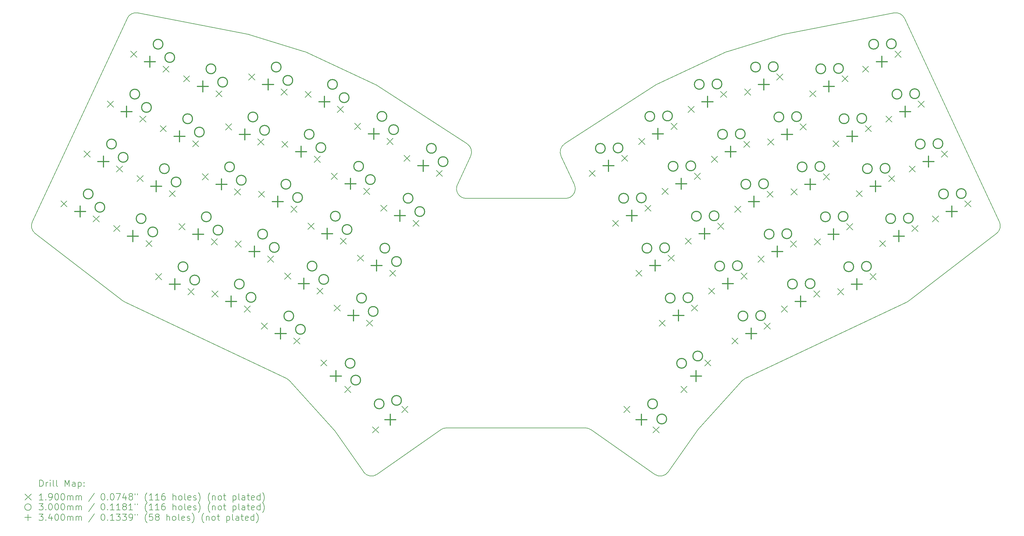
<source format=gbr>
%TF.GenerationSoftware,KiCad,Pcbnew,8.0.7*%
%TF.CreationDate,2024-12-23T04:43:13-05:00*%
%TF.ProjectId,choc,63686f63-2e6b-4696-9361-645f70636258,v1.0.0*%
%TF.SameCoordinates,Original*%
%TF.FileFunction,Drillmap*%
%TF.FilePolarity,Positive*%
%FSLAX45Y45*%
G04 Gerber Fmt 4.5, Leading zero omitted, Abs format (unit mm)*
G04 Created by KiCad (PCBNEW 8.0.7) date 2024-12-23 04:43:13*
%MOMM*%
%LPD*%
G01*
G04 APERTURE LIST*
%ADD10C,0.150000*%
%ADD11C,0.200000*%
%ADD12C,0.190000*%
%ADD13C,0.300000*%
%ADD14C,0.340000*%
G04 APERTURE END LIST*
D10*
X22625572Y-12342883D02*
G75*
G02*
X22734481Y-11964231I271868J126793D01*
G01*
X14260172Y-19280222D02*
X15612871Y-20782547D01*
X36147462Y-14365968D02*
X33220781Y-8089682D01*
X32891832Y-7921943D02*
X29494494Y-8580089D01*
X25930243Y-22090335D02*
G75*
G02*
X25512514Y-22163879I-245653J172185D01*
G01*
X33349984Y-16811009D02*
G75*
G02*
X33295564Y-16844262I-182714J237859D01*
G01*
X23034617Y-13220081D02*
G75*
G02*
X22762725Y-13646861I-271897J-126779D01*
G01*
X6404202Y-14730668D02*
G75*
G02*
X6315059Y-14365969I182728J237908D01*
G01*
X18920528Y-20784112D02*
G75*
G02*
X19092601Y-20729856I172072J-245738D01*
G01*
X22625572Y-12342883D02*
X23034617Y-13220081D01*
X27722926Y-9126042D02*
X25585369Y-10122801D01*
X25549171Y-10142827D02*
G75*
G02*
X25585369Y-10122800I163009J-251903D01*
G01*
X27722926Y-9126042D02*
G75*
G02*
X27761535Y-9111185I126864J-272088D01*
G01*
X32891832Y-7921943D02*
G75*
G02*
X33220779Y-8089683I57058J-294517D01*
G01*
X9166956Y-16844263D02*
G75*
G02*
X9112534Y-16811009I128355J271213D01*
G01*
X22762725Y-13646866D02*
X19699795Y-13646866D01*
X23369918Y-20729857D02*
G75*
G02*
X23541990Y-20784113I2J-299983D01*
G01*
X26826931Y-20811090D02*
G75*
G02*
X26849647Y-20782547I245439J-172020D01*
G01*
X16950009Y-22163884D02*
G75*
G02*
X16532276Y-22090334I-172079J245714D01*
G01*
X29463374Y-8587864D02*
X27761535Y-9111185D01*
X12968026Y-8580089D02*
X9570687Y-7921943D01*
X14165556Y-19209793D02*
G75*
G02*
X14260171Y-19280223I-128336J-271177D01*
G01*
X25930243Y-22090335D02*
X26826931Y-20811090D01*
X19427902Y-13220081D02*
X19836946Y-12342883D01*
X19699795Y-13646866D02*
G75*
G02*
X19427898Y-13220079I5J300007D01*
G01*
X26849648Y-20782547D02*
X28202347Y-19280222D01*
X9241738Y-8089682D02*
X6315058Y-14365968D01*
X9241738Y-8089682D02*
G75*
G02*
X9570687Y-7921945I271892J-126788D01*
G01*
X15612871Y-20782547D02*
G75*
G02*
X15635587Y-20811090I-222961J-200753D01*
G01*
X14700984Y-9111185D02*
G75*
G02*
X14739594Y-9126041I-88134J-286655D01*
G01*
X25549171Y-10142827D02*
X22734481Y-11964231D01*
X23541991Y-20784112D02*
X25512510Y-22163884D01*
X16950009Y-22163884D02*
X18920528Y-20784112D01*
X6404202Y-14730668D02*
X9112534Y-16811009D01*
X15635587Y-20811090D02*
X16532276Y-22090334D01*
X19092601Y-20729857D02*
X23369918Y-20729857D01*
X19728038Y-11964231D02*
X16913348Y-10142827D01*
X12968026Y-8580089D02*
G75*
G02*
X12999145Y-8587864I-57036J-294421D01*
G01*
X16877150Y-10122801D02*
X14739593Y-9126042D01*
X28202347Y-19280222D02*
G75*
G02*
X28296963Y-19209792I222983J-200788D01*
G01*
X36147461Y-14365968D02*
G75*
G02*
X36058316Y-14730666I-271901J-126782D01*
G01*
X9166956Y-16844263D02*
X14165556Y-19209793D01*
X28296963Y-19209793D02*
X33295564Y-16844263D01*
X16877150Y-10122801D02*
G75*
G02*
X16913348Y-10142828I-126680J-271699D01*
G01*
X33349984Y-16811009D02*
X36058317Y-14730668D01*
X14700984Y-9111185D02*
X12999145Y-8587864D01*
X29463374Y-8587864D02*
G75*
G02*
X29494494Y-8580089I88096J-286456D01*
G01*
X19728038Y-11964231D02*
G75*
G02*
X19836952Y-12342885I-162978J-251869D01*
G01*
D11*
D12*
X7193465Y-13721520D02*
X7383465Y-13911520D01*
X7383465Y-13721520D02*
X7193465Y-13911520D01*
X7911916Y-12180797D02*
X8101916Y-12370797D01*
X8101916Y-12180797D02*
X7911916Y-12370797D01*
X8190404Y-14186400D02*
X8380404Y-14376400D01*
X8380404Y-14186400D02*
X8190404Y-14376400D01*
X8630367Y-10640074D02*
X8820367Y-10830074D01*
X8820367Y-10640074D02*
X8630367Y-10830074D01*
X8824819Y-14482233D02*
X9014819Y-14672233D01*
X9014819Y-14482233D02*
X8824819Y-14672233D01*
X8908854Y-12645677D02*
X9098854Y-12835677D01*
X9098854Y-12645677D02*
X8908854Y-12835677D01*
X9348818Y-9099351D02*
X9538818Y-9289351D01*
X9538818Y-9099351D02*
X9348818Y-9289351D01*
X9543270Y-12941510D02*
X9733270Y-13131510D01*
X9733270Y-12941510D02*
X9543270Y-13131510D01*
X9627306Y-11104954D02*
X9817306Y-11294954D01*
X9817306Y-11104954D02*
X9627306Y-11294954D01*
X9821758Y-14947113D02*
X10011758Y-15137113D01*
X10011758Y-14947113D02*
X9821758Y-15137113D01*
X10118079Y-15967992D02*
X10308079Y-16157992D01*
X10308079Y-15967992D02*
X10118079Y-16157992D01*
X10261721Y-11400787D02*
X10451721Y-11590787D01*
X10451721Y-11400787D02*
X10261721Y-11590787D01*
X10345757Y-9564230D02*
X10535757Y-9754230D01*
X10535757Y-9564230D02*
X10345757Y-9754230D01*
X10540209Y-13406390D02*
X10730209Y-13596390D01*
X10730209Y-13406390D02*
X10540209Y-13596390D01*
X10836530Y-14427269D02*
X11026530Y-14617269D01*
X11026530Y-14427269D02*
X10836530Y-14617269D01*
X10980172Y-9860064D02*
X11170172Y-10050064D01*
X11170172Y-9860064D02*
X10980172Y-10050064D01*
X11115017Y-16432872D02*
X11305017Y-16622872D01*
X11305017Y-16432872D02*
X11115017Y-16622872D01*
X11258660Y-11865666D02*
X11448660Y-12055666D01*
X11448660Y-11865666D02*
X11258660Y-12055666D01*
X11554981Y-12886546D02*
X11744981Y-13076546D01*
X11744981Y-12886546D02*
X11554981Y-13076546D01*
X11833468Y-14892149D02*
X12023468Y-15082149D01*
X12023468Y-14892149D02*
X11833468Y-15082149D01*
X11855087Y-16502128D02*
X12045087Y-16692128D01*
X12045087Y-16502128D02*
X11855087Y-16692128D01*
X11977111Y-10324943D02*
X12167111Y-10514943D01*
X12167111Y-10324943D02*
X11977111Y-10514943D01*
X12273432Y-11345823D02*
X12463432Y-11535823D01*
X12463432Y-11345823D02*
X12273432Y-11535823D01*
X12551919Y-13351425D02*
X12741919Y-13541425D01*
X12741919Y-13351425D02*
X12551919Y-13541425D01*
X12573538Y-14961405D02*
X12763538Y-15151405D01*
X12763538Y-14961405D02*
X12573538Y-15151405D01*
X12852026Y-16967008D02*
X13042026Y-17157008D01*
X13042026Y-16967008D02*
X12852026Y-17157008D01*
X12991883Y-9805100D02*
X13181883Y-9995100D01*
X13181883Y-9805100D02*
X12991883Y-9995100D01*
X13270370Y-11810702D02*
X13460370Y-12000702D01*
X13460370Y-11810702D02*
X13270370Y-12000702D01*
X13291989Y-13420682D02*
X13481989Y-13610682D01*
X13481989Y-13420682D02*
X13291989Y-13610682D01*
X13380787Y-17489419D02*
X13570787Y-17679419D01*
X13570787Y-17489419D02*
X13380787Y-17679419D01*
X13570477Y-15426285D02*
X13760477Y-15616285D01*
X13760477Y-15426285D02*
X13570477Y-15616285D01*
X13988821Y-10269979D02*
X14178821Y-10459979D01*
X14178821Y-10269979D02*
X13988821Y-10459979D01*
X14010441Y-11879959D02*
X14200441Y-12069959D01*
X14200441Y-11879959D02*
X14010441Y-12069959D01*
X14099238Y-15948696D02*
X14289238Y-16138696D01*
X14289238Y-15948696D02*
X14099238Y-16138696D01*
X14288927Y-13885562D02*
X14478927Y-14075562D01*
X14478927Y-13885562D02*
X14288927Y-14075562D01*
X14377725Y-17954298D02*
X14567725Y-18144298D01*
X14567725Y-17954298D02*
X14377725Y-18144298D01*
X14728891Y-10339236D02*
X14918891Y-10529236D01*
X14918891Y-10339236D02*
X14728891Y-10529236D01*
X14817688Y-14407972D02*
X15007688Y-14597972D01*
X15007688Y-14407972D02*
X14817688Y-14597972D01*
X15007379Y-12344839D02*
X15197379Y-12534839D01*
X15197379Y-12344839D02*
X15007379Y-12534839D01*
X15096176Y-16413575D02*
X15286176Y-16603575D01*
X15286176Y-16413575D02*
X15096176Y-16603575D01*
X15213737Y-18631123D02*
X15403737Y-18821123D01*
X15403737Y-18631123D02*
X15213737Y-18821123D01*
X15536140Y-12867248D02*
X15726140Y-13057248D01*
X15726140Y-12867248D02*
X15536140Y-13057248D01*
X15624937Y-16935985D02*
X15814937Y-17125985D01*
X15814937Y-16935985D02*
X15624937Y-17125985D01*
X15725830Y-10804115D02*
X15915830Y-10994115D01*
X15915830Y-10804115D02*
X15725830Y-10994115D01*
X15814627Y-14872851D02*
X16004627Y-15062851D01*
X16004627Y-14872851D02*
X15814627Y-15062851D01*
X15949781Y-19448582D02*
X16139781Y-19638582D01*
X16139781Y-19448582D02*
X15949781Y-19638582D01*
X16254590Y-11326525D02*
X16444590Y-11516525D01*
X16444590Y-11326525D02*
X16254590Y-11516525D01*
X16343388Y-15395261D02*
X16533388Y-15585261D01*
X16533388Y-15395261D02*
X16343388Y-15585261D01*
X16533078Y-13332128D02*
X16723078Y-13522128D01*
X16723078Y-13332128D02*
X16533078Y-13522128D01*
X16621875Y-17400864D02*
X16811875Y-17590864D01*
X16811875Y-17400864D02*
X16621875Y-17590864D01*
X16809883Y-20696591D02*
X16999883Y-20886591D01*
X16999883Y-20696591D02*
X16809883Y-20886591D01*
X17061839Y-13854538D02*
X17251839Y-14044538D01*
X17251839Y-13854538D02*
X17061839Y-14044538D01*
X17251529Y-11791405D02*
X17441529Y-11981405D01*
X17441529Y-11791405D02*
X17251529Y-11981405D01*
X17340326Y-15860141D02*
X17530326Y-16050141D01*
X17530326Y-15860141D02*
X17340326Y-16050141D01*
X17710950Y-20065657D02*
X17900950Y-20255657D01*
X17900950Y-20065657D02*
X17710950Y-20255657D01*
X17780290Y-12313816D02*
X17970290Y-12503816D01*
X17970290Y-12313816D02*
X17780290Y-12503816D01*
X18058777Y-14319418D02*
X18248777Y-14509418D01*
X18248777Y-14319418D02*
X18058777Y-14509418D01*
X18777229Y-12778695D02*
X18967229Y-12968695D01*
X18967229Y-12778695D02*
X18777229Y-12968695D01*
X23495290Y-12778695D02*
X23685290Y-12968695D01*
X23685290Y-12778695D02*
X23495290Y-12968695D01*
X24213741Y-14319418D02*
X24403741Y-14509418D01*
X24403741Y-14319418D02*
X24213741Y-14509418D01*
X24492228Y-12313815D02*
X24682228Y-12503815D01*
X24682228Y-12313815D02*
X24492228Y-12503815D01*
X24561570Y-20065657D02*
X24751570Y-20255657D01*
X24751570Y-20065657D02*
X24561570Y-20255657D01*
X24932192Y-15860141D02*
X25122192Y-16050141D01*
X25122192Y-15860141D02*
X24932192Y-16050141D01*
X25020989Y-11791405D02*
X25210989Y-11981405D01*
X25210989Y-11791405D02*
X25020989Y-11981405D01*
X25210680Y-13854538D02*
X25400680Y-14044538D01*
X25400680Y-13854538D02*
X25210680Y-14044538D01*
X25462637Y-20696591D02*
X25652637Y-20886591D01*
X25652637Y-20696591D02*
X25462637Y-20886591D01*
X25650643Y-17400864D02*
X25840643Y-17590864D01*
X25840643Y-17400864D02*
X25650643Y-17590864D01*
X25739440Y-13332128D02*
X25929440Y-13522128D01*
X25929440Y-13332128D02*
X25739440Y-13522128D01*
X25929131Y-15395262D02*
X26119131Y-15585262D01*
X26119131Y-15395262D02*
X25929131Y-15585262D01*
X26017928Y-11326525D02*
X26207928Y-11516525D01*
X26207928Y-11326525D02*
X26017928Y-11516525D01*
X26322739Y-19448582D02*
X26512739Y-19638582D01*
X26512739Y-19448582D02*
X26322739Y-19638582D01*
X26457892Y-14872851D02*
X26647892Y-15062851D01*
X26647892Y-14872851D02*
X26457892Y-15062851D01*
X26546689Y-10804115D02*
X26736689Y-10994115D01*
X26736689Y-10804115D02*
X26546689Y-10994115D01*
X26647582Y-16935985D02*
X26837582Y-17125985D01*
X26837582Y-16935985D02*
X26647582Y-17125985D01*
X26736379Y-12867248D02*
X26926379Y-13057248D01*
X26926379Y-12867248D02*
X26736379Y-13057248D01*
X27058783Y-18631123D02*
X27248783Y-18821123D01*
X27248783Y-18631123D02*
X27058783Y-18821123D01*
X27176343Y-16413574D02*
X27366343Y-16603574D01*
X27366343Y-16413574D02*
X27176343Y-16603574D01*
X27265140Y-12344838D02*
X27455140Y-12534838D01*
X27455140Y-12344838D02*
X27265140Y-12534838D01*
X27454830Y-14407972D02*
X27644830Y-14597972D01*
X27644830Y-14407972D02*
X27454830Y-14597972D01*
X27543628Y-10339236D02*
X27733628Y-10529236D01*
X27733628Y-10339236D02*
X27543628Y-10529236D01*
X27894794Y-17954298D02*
X28084794Y-18144298D01*
X28084794Y-17954298D02*
X27894794Y-18144298D01*
X27983591Y-13885562D02*
X28173591Y-14075562D01*
X28173591Y-13885562D02*
X27983591Y-14075562D01*
X28173281Y-15948695D02*
X28363281Y-16138695D01*
X28363281Y-15948695D02*
X28173281Y-16138695D01*
X28262079Y-11879959D02*
X28452079Y-12069959D01*
X28452079Y-11879959D02*
X28262079Y-12069959D01*
X28283698Y-10269979D02*
X28473698Y-10459979D01*
X28473698Y-10269979D02*
X28283698Y-10459979D01*
X28702042Y-15426285D02*
X28892042Y-15616285D01*
X28892042Y-15426285D02*
X28702042Y-15616285D01*
X28891733Y-17489418D02*
X29081733Y-17679418D01*
X29081733Y-17489418D02*
X28891733Y-17679418D01*
X28980529Y-13420682D02*
X29170529Y-13610682D01*
X29170529Y-13420682D02*
X28980529Y-13610682D01*
X29002149Y-11810703D02*
X29192149Y-12000703D01*
X29192149Y-11810703D02*
X29002149Y-12000703D01*
X29280636Y-9805100D02*
X29470636Y-9995100D01*
X29470636Y-9805100D02*
X29280636Y-9995100D01*
X29420493Y-16967008D02*
X29610493Y-17157008D01*
X29610493Y-16967008D02*
X29420493Y-17157008D01*
X29698981Y-14961405D02*
X29888981Y-15151405D01*
X29888981Y-14961405D02*
X29698981Y-15151405D01*
X29720600Y-13351425D02*
X29910600Y-13541425D01*
X29910600Y-13351425D02*
X29720600Y-13541425D01*
X29999088Y-11345823D02*
X30189088Y-11535823D01*
X30189088Y-11345823D02*
X29999088Y-11535823D01*
X30295408Y-10324943D02*
X30485408Y-10514943D01*
X30485408Y-10324943D02*
X30295408Y-10514943D01*
X30417432Y-16502128D02*
X30607432Y-16692128D01*
X30607432Y-16502128D02*
X30417432Y-16692128D01*
X30439051Y-14892149D02*
X30629051Y-15082149D01*
X30629051Y-14892149D02*
X30439051Y-15082149D01*
X30717538Y-12886546D02*
X30907538Y-13076546D01*
X30907538Y-12886546D02*
X30717538Y-13076546D01*
X31013859Y-11865666D02*
X31203859Y-12055666D01*
X31203859Y-11865666D02*
X31013859Y-12055666D01*
X31157502Y-16432872D02*
X31347502Y-16622872D01*
X31347502Y-16432872D02*
X31157502Y-16622872D01*
X31292347Y-9860064D02*
X31482347Y-10050064D01*
X31482347Y-9860064D02*
X31292347Y-10050064D01*
X31435989Y-14427269D02*
X31625989Y-14617269D01*
X31625989Y-14427269D02*
X31435989Y-14617269D01*
X31732311Y-13406390D02*
X31922311Y-13596390D01*
X31922311Y-13406390D02*
X31732311Y-13596390D01*
X31926762Y-9564231D02*
X32116762Y-9754231D01*
X32116762Y-9564231D02*
X31926762Y-9754231D01*
X32010798Y-11400787D02*
X32200798Y-11590787D01*
X32200798Y-11400787D02*
X32010798Y-11590787D01*
X32154441Y-15967993D02*
X32344441Y-16157993D01*
X32344441Y-15967993D02*
X32154441Y-16157993D01*
X32450761Y-14947113D02*
X32640761Y-15137113D01*
X32640761Y-14947113D02*
X32450761Y-15137113D01*
X32645213Y-11104954D02*
X32835213Y-11294954D01*
X32835213Y-11104954D02*
X32645213Y-11294954D01*
X32729249Y-12941510D02*
X32919249Y-13131510D01*
X32919249Y-12941510D02*
X32729249Y-13131510D01*
X32923701Y-9099351D02*
X33113701Y-9289351D01*
X33113701Y-9099351D02*
X32923701Y-9289351D01*
X33363664Y-12645677D02*
X33553664Y-12835677D01*
X33553664Y-12645677D02*
X33363664Y-12835677D01*
X33447700Y-14482233D02*
X33637700Y-14672233D01*
X33637700Y-14482233D02*
X33447700Y-14672233D01*
X33642152Y-10640075D02*
X33832152Y-10830075D01*
X33832152Y-10640075D02*
X33642152Y-10830075D01*
X34082115Y-14186401D02*
X34272115Y-14376401D01*
X34272115Y-14186401D02*
X34082115Y-14376401D01*
X34360603Y-12180797D02*
X34550603Y-12370797D01*
X34550603Y-12180797D02*
X34360603Y-12370797D01*
X35079054Y-13721521D02*
X35269054Y-13911521D01*
X35269054Y-13721521D02*
X35079054Y-13911521D01*
D13*
X8188392Y-13509707D02*
G75*
G02*
X7888392Y-13509707I-150000J0D01*
G01*
X7888392Y-13509707D02*
G75*
G02*
X8188392Y-13509707I150000J0D01*
G01*
X8548570Y-13920404D02*
G75*
G02*
X8248570Y-13920404I-150000J0D01*
G01*
X8248570Y-13920404D02*
G75*
G02*
X8548570Y-13920404I150000J0D01*
G01*
X8906843Y-11968984D02*
G75*
G02*
X8606843Y-11968984I-150000J0D01*
G01*
X8606843Y-11968984D02*
G75*
G02*
X8906843Y-11968984I150000J0D01*
G01*
X9267021Y-12379681D02*
G75*
G02*
X8967021Y-12379681I-150000J0D01*
G01*
X8967021Y-12379681D02*
G75*
G02*
X9267021Y-12379681I150000J0D01*
G01*
X9625295Y-10428261D02*
G75*
G02*
X9325295Y-10428261I-150000J0D01*
G01*
X9325295Y-10428261D02*
G75*
G02*
X9625295Y-10428261I150000J0D01*
G01*
X9819746Y-14270420D02*
G75*
G02*
X9519746Y-14270420I-150000J0D01*
G01*
X9519746Y-14270420D02*
G75*
G02*
X9819746Y-14270420I150000J0D01*
G01*
X9985472Y-10838958D02*
G75*
G02*
X9685472Y-10838958I-150000J0D01*
G01*
X9685472Y-10838958D02*
G75*
G02*
X9985472Y-10838958I150000J0D01*
G01*
X10179924Y-14681117D02*
G75*
G02*
X9879924Y-14681117I-150000J0D01*
G01*
X9879924Y-14681117D02*
G75*
G02*
X10179924Y-14681117I150000J0D01*
G01*
X10343745Y-8887538D02*
G75*
G02*
X10043745Y-8887538I-150000J0D01*
G01*
X10043745Y-8887538D02*
G75*
G02*
X10343745Y-8887538I150000J0D01*
G01*
X10538197Y-12729697D02*
G75*
G02*
X10238197Y-12729697I-150000J0D01*
G01*
X10238197Y-12729697D02*
G75*
G02*
X10538197Y-12729697I150000J0D01*
G01*
X10703923Y-9298234D02*
G75*
G02*
X10403923Y-9298234I-150000J0D01*
G01*
X10403923Y-9298234D02*
G75*
G02*
X10703923Y-9298234I150000J0D01*
G01*
X10898375Y-13140394D02*
G75*
G02*
X10598375Y-13140394I-150000J0D01*
G01*
X10598375Y-13140394D02*
G75*
G02*
X10898375Y-13140394I150000J0D01*
G01*
X11113006Y-15756179D02*
G75*
G02*
X10813006Y-15756179I-150000J0D01*
G01*
X10813006Y-15756179D02*
G75*
G02*
X11113006Y-15756179I150000J0D01*
G01*
X11256648Y-11188974D02*
G75*
G02*
X10956648Y-11188974I-150000J0D01*
G01*
X10956648Y-11188974D02*
G75*
G02*
X11256648Y-11188974I150000J0D01*
G01*
X11473184Y-16166876D02*
G75*
G02*
X11173184Y-16166876I-150000J0D01*
G01*
X11173184Y-16166876D02*
G75*
G02*
X11473184Y-16166876I150000J0D01*
G01*
X11616826Y-11599670D02*
G75*
G02*
X11316826Y-11599670I-150000J0D01*
G01*
X11316826Y-11599670D02*
G75*
G02*
X11616826Y-11599670I150000J0D01*
G01*
X11831457Y-14215456D02*
G75*
G02*
X11531457Y-14215456I-150000J0D01*
G01*
X11531457Y-14215456D02*
G75*
G02*
X11831457Y-14215456I150000J0D01*
G01*
X11975099Y-9648250D02*
G75*
G02*
X11675099Y-9648250I-150000J0D01*
G01*
X11675099Y-9648250D02*
G75*
G02*
X11975099Y-9648250I150000J0D01*
G01*
X12191635Y-14626153D02*
G75*
G02*
X11891635Y-14626153I-150000J0D01*
G01*
X11891635Y-14626153D02*
G75*
G02*
X12191635Y-14626153I150000J0D01*
G01*
X12335277Y-10058947D02*
G75*
G02*
X12035277Y-10058947I-150000J0D01*
G01*
X12035277Y-10058947D02*
G75*
G02*
X12335277Y-10058947I150000J0D01*
G01*
X12549908Y-12674732D02*
G75*
G02*
X12249908Y-12674732I-150000J0D01*
G01*
X12249908Y-12674732D02*
G75*
G02*
X12549908Y-12674732I150000J0D01*
G01*
X12850014Y-16290315D02*
G75*
G02*
X12550014Y-16290315I-150000J0D01*
G01*
X12550014Y-16290315D02*
G75*
G02*
X12850014Y-16290315I150000J0D01*
G01*
X12910086Y-13085429D02*
G75*
G02*
X12610086Y-13085429I-150000J0D01*
G01*
X12610086Y-13085429D02*
G75*
G02*
X12910086Y-13085429I150000J0D01*
G01*
X13210192Y-16701012D02*
G75*
G02*
X12910192Y-16701012I-150000J0D01*
G01*
X12910192Y-16701012D02*
G75*
G02*
X13210192Y-16701012I150000J0D01*
G01*
X13268359Y-11134009D02*
G75*
G02*
X12968359Y-11134009I-150000J0D01*
G01*
X12968359Y-11134009D02*
G75*
G02*
X13268359Y-11134009I150000J0D01*
G01*
X13568466Y-14749592D02*
G75*
G02*
X13268466Y-14749592I-150000J0D01*
G01*
X13268466Y-14749592D02*
G75*
G02*
X13568466Y-14749592I150000J0D01*
G01*
X13628537Y-11544706D02*
G75*
G02*
X13328537Y-11544706I-150000J0D01*
G01*
X13328537Y-11544706D02*
G75*
G02*
X13628537Y-11544706I150000J0D01*
G01*
X13928643Y-15160289D02*
G75*
G02*
X13628643Y-15160289I-150000J0D01*
G01*
X13628643Y-15160289D02*
G75*
G02*
X13928643Y-15160289I150000J0D01*
G01*
X13986810Y-9593286D02*
G75*
G02*
X13686810Y-9593286I-150000J0D01*
G01*
X13686810Y-9593286D02*
G75*
G02*
X13986810Y-9593286I150000J0D01*
G01*
X14286916Y-13208869D02*
G75*
G02*
X13986916Y-13208869I-150000J0D01*
G01*
X13986916Y-13208869D02*
G75*
G02*
X14286916Y-13208869I150000J0D01*
G01*
X14346988Y-10003983D02*
G75*
G02*
X14046988Y-10003983I-150000J0D01*
G01*
X14046988Y-10003983D02*
G75*
G02*
X14346988Y-10003983I150000J0D01*
G01*
X14375714Y-17277605D02*
G75*
G02*
X14075714Y-17277605I-150000J0D01*
G01*
X14075714Y-17277605D02*
G75*
G02*
X14375714Y-17277605I150000J0D01*
G01*
X14647094Y-13619566D02*
G75*
G02*
X14347094Y-13619566I-150000J0D01*
G01*
X14347094Y-13619566D02*
G75*
G02*
X14647094Y-13619566I150000J0D01*
G01*
X14735892Y-17688302D02*
G75*
G02*
X14435892Y-17688302I-150000J0D01*
G01*
X14435892Y-17688302D02*
G75*
G02*
X14735892Y-17688302I150000J0D01*
G01*
X15005368Y-11668146D02*
G75*
G02*
X14705368Y-11668146I-150000J0D01*
G01*
X14705368Y-11668146D02*
G75*
G02*
X15005368Y-11668146I150000J0D01*
G01*
X15094165Y-15736882D02*
G75*
G02*
X14794165Y-15736882I-150000J0D01*
G01*
X14794165Y-15736882D02*
G75*
G02*
X15094165Y-15736882I150000J0D01*
G01*
X15365546Y-12078843D02*
G75*
G02*
X15065546Y-12078843I-150000J0D01*
G01*
X15065546Y-12078843D02*
G75*
G02*
X15365546Y-12078843I150000J0D01*
G01*
X15454343Y-16147579D02*
G75*
G02*
X15154343Y-16147579I-150000J0D01*
G01*
X15154343Y-16147579D02*
G75*
G02*
X15454343Y-16147579I150000J0D01*
G01*
X15723818Y-10127422D02*
G75*
G02*
X15423818Y-10127422I-150000J0D01*
G01*
X15423818Y-10127422D02*
G75*
G02*
X15723818Y-10127422I150000J0D01*
G01*
X15812616Y-14196159D02*
G75*
G02*
X15512616Y-14196159I-150000J0D01*
G01*
X15512616Y-14196159D02*
G75*
G02*
X15812616Y-14196159I150000J0D01*
G01*
X16083996Y-10538119D02*
G75*
G02*
X15783996Y-10538119I-150000J0D01*
G01*
X15783996Y-10538119D02*
G75*
G02*
X16083996Y-10538119I150000J0D01*
G01*
X16172793Y-14606855D02*
G75*
G02*
X15872793Y-14606855I-150000J0D01*
G01*
X15872793Y-14606855D02*
G75*
G02*
X16172793Y-14606855I150000J0D01*
G01*
X16268929Y-18736720D02*
G75*
G02*
X15968929Y-18736720I-150000J0D01*
G01*
X15968929Y-18736720D02*
G75*
G02*
X16268929Y-18736720I150000J0D01*
G01*
X16440003Y-19255501D02*
G75*
G02*
X16140003Y-19255501I-150000J0D01*
G01*
X16140003Y-19255501D02*
G75*
G02*
X16440003Y-19255501I150000J0D01*
G01*
X16531067Y-12655435D02*
G75*
G02*
X16231067Y-12655435I-150000J0D01*
G01*
X16231067Y-12655435D02*
G75*
G02*
X16531067Y-12655435I150000J0D01*
G01*
X16619864Y-16724172D02*
G75*
G02*
X16319864Y-16724172I-150000J0D01*
G01*
X16319864Y-16724172D02*
G75*
G02*
X16619864Y-16724172I150000J0D01*
G01*
X16891245Y-13066132D02*
G75*
G02*
X16591245Y-13066132I-150000J0D01*
G01*
X16591245Y-13066132D02*
G75*
G02*
X16891245Y-13066132I150000J0D01*
G01*
X16980042Y-17134868D02*
G75*
G02*
X16680042Y-17134868I-150000J0D01*
G01*
X16680042Y-17134868D02*
G75*
G02*
X16980042Y-17134868I150000J0D01*
G01*
X17164138Y-19988729D02*
G75*
G02*
X16864138Y-19988729I-150000J0D01*
G01*
X16864138Y-19988729D02*
G75*
G02*
X17164138Y-19988729I150000J0D01*
G01*
X17249518Y-11114712D02*
G75*
G02*
X16949518Y-11114712I-150000J0D01*
G01*
X16949518Y-11114712D02*
G75*
G02*
X17249518Y-11114712I150000J0D01*
G01*
X17338315Y-15183448D02*
G75*
G02*
X17038315Y-15183448I-150000J0D01*
G01*
X17038315Y-15183448D02*
G75*
G02*
X17338315Y-15183448I150000J0D01*
G01*
X17609695Y-11525409D02*
G75*
G02*
X17309695Y-11525409I-150000J0D01*
G01*
X17309695Y-11525409D02*
G75*
G02*
X17609695Y-11525409I150000J0D01*
G01*
X17698493Y-15594145D02*
G75*
G02*
X17398493Y-15594145I-150000J0D01*
G01*
X17398493Y-15594145D02*
G75*
G02*
X17698493Y-15594145I150000J0D01*
G01*
X17699901Y-19882154D02*
G75*
G02*
X17399901Y-19882154I-150000J0D01*
G01*
X17399901Y-19882154D02*
G75*
G02*
X17699901Y-19882154I150000J0D01*
G01*
X18056766Y-13642725D02*
G75*
G02*
X17756766Y-13642725I-150000J0D01*
G01*
X17756766Y-13642725D02*
G75*
G02*
X18056766Y-13642725I150000J0D01*
G01*
X18416944Y-14053422D02*
G75*
G02*
X18116944Y-14053422I-150000J0D01*
G01*
X18116944Y-14053422D02*
G75*
G02*
X18416944Y-14053422I150000J0D01*
G01*
X18775217Y-12102002D02*
G75*
G02*
X18475217Y-12102002I-150000J0D01*
G01*
X18475217Y-12102002D02*
G75*
G02*
X18775217Y-12102002I150000J0D01*
G01*
X19135395Y-12512699D02*
G75*
G02*
X18835395Y-12512699I-150000J0D01*
G01*
X18835395Y-12512699D02*
G75*
G02*
X19135395Y-12512699I150000J0D01*
G01*
X23987301Y-12102002D02*
G75*
G02*
X23687301Y-12102002I-150000J0D01*
G01*
X23687301Y-12102002D02*
G75*
G02*
X23987301Y-12102002I150000J0D01*
G01*
X24533431Y-12090080D02*
G75*
G02*
X24233431Y-12090080I-150000J0D01*
G01*
X24233431Y-12090080D02*
G75*
G02*
X24533431Y-12090080I150000J0D01*
G01*
X24705752Y-13642725D02*
G75*
G02*
X24405752Y-13642725I-150000J0D01*
G01*
X24405752Y-13642725D02*
G75*
G02*
X24705752Y-13642725I150000J0D01*
G01*
X25251882Y-13630803D02*
G75*
G02*
X24951882Y-13630803I-150000J0D01*
G01*
X24951882Y-13630803D02*
G75*
G02*
X25251882Y-13630803I150000J0D01*
G01*
X25424204Y-15183448D02*
G75*
G02*
X25124204Y-15183448I-150000J0D01*
G01*
X25124204Y-15183448D02*
G75*
G02*
X25424204Y-15183448I150000J0D01*
G01*
X25513001Y-11114712D02*
G75*
G02*
X25213001Y-11114712I-150000J0D01*
G01*
X25213001Y-11114712D02*
G75*
G02*
X25513001Y-11114712I150000J0D01*
G01*
X25598381Y-19988728D02*
G75*
G02*
X25298381Y-19988728I-150000J0D01*
G01*
X25298381Y-19988728D02*
G75*
G02*
X25598381Y-19988728I150000J0D01*
G01*
X25881770Y-20455730D02*
G75*
G02*
X25581770Y-20455730I-150000J0D01*
G01*
X25581770Y-20455730D02*
G75*
G02*
X25881770Y-20455730I150000J0D01*
G01*
X25970334Y-15171527D02*
G75*
G02*
X25670334Y-15171527I-150000J0D01*
G01*
X25670334Y-15171527D02*
G75*
G02*
X25970334Y-15171527I150000J0D01*
G01*
X26059131Y-11102791D02*
G75*
G02*
X25759131Y-11102791I-150000J0D01*
G01*
X25759131Y-11102791D02*
G75*
G02*
X26059131Y-11102791I150000J0D01*
G01*
X26142655Y-16724171D02*
G75*
G02*
X25842655Y-16724171I-150000J0D01*
G01*
X25842655Y-16724171D02*
G75*
G02*
X26142655Y-16724171I150000J0D01*
G01*
X26231452Y-12655435D02*
G75*
G02*
X25931452Y-12655435I-150000J0D01*
G01*
X25931452Y-12655435D02*
G75*
G02*
X26231452Y-12655435I150000J0D01*
G01*
X26493590Y-18736720D02*
G75*
G02*
X26193590Y-18736720I-150000J0D01*
G01*
X26193590Y-18736720D02*
G75*
G02*
X26493590Y-18736720I150000J0D01*
G01*
X26688784Y-16712250D02*
G75*
G02*
X26388784Y-16712250I-150000J0D01*
G01*
X26388784Y-16712250D02*
G75*
G02*
X26688784Y-16712250I150000J0D01*
G01*
X26777581Y-12643513D02*
G75*
G02*
X26477581Y-12643513I-150000J0D01*
G01*
X26477581Y-12643513D02*
G75*
G02*
X26777581Y-12643513I150000J0D01*
G01*
X26949903Y-14196158D02*
G75*
G02*
X26649903Y-14196158I-150000J0D01*
G01*
X26649903Y-14196158D02*
G75*
G02*
X26949903Y-14196158I150000J0D01*
G01*
X26991647Y-18512357D02*
G75*
G02*
X26691647Y-18512357I-150000J0D01*
G01*
X26691647Y-18512357D02*
G75*
G02*
X26991647Y-18512357I150000J0D01*
G01*
X27038701Y-10127422D02*
G75*
G02*
X26738701Y-10127422I-150000J0D01*
G01*
X26738701Y-10127422D02*
G75*
G02*
X27038701Y-10127422I150000J0D01*
G01*
X27496033Y-14184237D02*
G75*
G02*
X27196033Y-14184237I-150000J0D01*
G01*
X27196033Y-14184237D02*
G75*
G02*
X27496033Y-14184237I150000J0D01*
G01*
X27584831Y-10115501D02*
G75*
G02*
X27284831Y-10115501I-150000J0D01*
G01*
X27284831Y-10115501D02*
G75*
G02*
X27584831Y-10115501I150000J0D01*
G01*
X27668354Y-15736881D02*
G75*
G02*
X27368354Y-15736881I-150000J0D01*
G01*
X27368354Y-15736881D02*
G75*
G02*
X27668354Y-15736881I150000J0D01*
G01*
X27757152Y-11668145D02*
G75*
G02*
X27457152Y-11668145I-150000J0D01*
G01*
X27457152Y-11668145D02*
G75*
G02*
X27757152Y-11668145I150000J0D01*
G01*
X28214484Y-15724960D02*
G75*
G02*
X27914484Y-15724960I-150000J0D01*
G01*
X27914484Y-15724960D02*
G75*
G02*
X28214484Y-15724960I150000J0D01*
G01*
X28303282Y-11656224D02*
G75*
G02*
X28003282Y-11656224I-150000J0D01*
G01*
X28003282Y-11656224D02*
G75*
G02*
X28303282Y-11656224I150000J0D01*
G01*
X28386806Y-17277605D02*
G75*
G02*
X28086806Y-17277605I-150000J0D01*
G01*
X28086806Y-17277605D02*
G75*
G02*
X28386806Y-17277605I150000J0D01*
G01*
X28475602Y-13208869D02*
G75*
G02*
X28175602Y-13208869I-150000J0D01*
G01*
X28175602Y-13208869D02*
G75*
G02*
X28475602Y-13208869I150000J0D01*
G01*
X28775709Y-9593287D02*
G75*
G02*
X28475709Y-9593287I-150000J0D01*
G01*
X28475709Y-9593287D02*
G75*
G02*
X28775709Y-9593287I150000J0D01*
G01*
X28932936Y-17265683D02*
G75*
G02*
X28632936Y-17265683I-150000J0D01*
G01*
X28632936Y-17265683D02*
G75*
G02*
X28932936Y-17265683I150000J0D01*
G01*
X29021732Y-13196947D02*
G75*
G02*
X28721732Y-13196947I-150000J0D01*
G01*
X28721732Y-13196947D02*
G75*
G02*
X29021732Y-13196947I150000J0D01*
G01*
X29194054Y-14749592D02*
G75*
G02*
X28894054Y-14749592I-150000J0D01*
G01*
X28894054Y-14749592D02*
G75*
G02*
X29194054Y-14749592I150000J0D01*
G01*
X29321839Y-9581365D02*
G75*
G02*
X29021839Y-9581365I-150000J0D01*
G01*
X29021839Y-9581365D02*
G75*
G02*
X29321839Y-9581365I150000J0D01*
G01*
X29494161Y-11134010D02*
G75*
G02*
X29194161Y-11134010I-150000J0D01*
G01*
X29194161Y-11134010D02*
G75*
G02*
X29494161Y-11134010I150000J0D01*
G01*
X29740184Y-14737670D02*
G75*
G02*
X29440184Y-14737670I-150000J0D01*
G01*
X29440184Y-14737670D02*
G75*
G02*
X29740184Y-14737670I150000J0D01*
G01*
X29912505Y-16290315D02*
G75*
G02*
X29612505Y-16290315I-150000J0D01*
G01*
X29612505Y-16290315D02*
G75*
G02*
X29912505Y-16290315I150000J0D01*
G01*
X30040290Y-11122088D02*
G75*
G02*
X29740290Y-11122088I-150000J0D01*
G01*
X29740290Y-11122088D02*
G75*
G02*
X30040290Y-11122088I150000J0D01*
G01*
X30212611Y-12674732D02*
G75*
G02*
X29912611Y-12674732I-150000J0D01*
G01*
X29912611Y-12674732D02*
G75*
G02*
X30212611Y-12674732I150000J0D01*
G01*
X30458635Y-16278393D02*
G75*
G02*
X30158635Y-16278393I-150000J0D01*
G01*
X30158635Y-16278393D02*
G75*
G02*
X30458635Y-16278393I150000J0D01*
G01*
X30758741Y-12662811D02*
G75*
G02*
X30458741Y-12662811I-150000J0D01*
G01*
X30458741Y-12662811D02*
G75*
G02*
X30758741Y-12662811I150000J0D01*
G01*
X30787420Y-9648250D02*
G75*
G02*
X30487420Y-9648250I-150000J0D01*
G01*
X30487420Y-9648250D02*
G75*
G02*
X30787420Y-9648250I150000J0D01*
G01*
X30931062Y-14215456D02*
G75*
G02*
X30631062Y-14215456I-150000J0D01*
G01*
X30631062Y-14215456D02*
G75*
G02*
X30931062Y-14215456I150000J0D01*
G01*
X31333549Y-9636329D02*
G75*
G02*
X31033549Y-9636329I-150000J0D01*
G01*
X31033549Y-9636329D02*
G75*
G02*
X31333549Y-9636329I150000J0D01*
G01*
X31477192Y-14203535D02*
G75*
G02*
X31177192Y-14203535I-150000J0D01*
G01*
X31177192Y-14203535D02*
G75*
G02*
X31477192Y-14203535I150000J0D01*
G01*
X31505870Y-11188974D02*
G75*
G02*
X31205870Y-11188974I-150000J0D01*
G01*
X31205870Y-11188974D02*
G75*
G02*
X31505870Y-11188974I150000J0D01*
G01*
X31649513Y-15756179D02*
G75*
G02*
X31349513Y-15756179I-150000J0D01*
G01*
X31349513Y-15756179D02*
G75*
G02*
X31649513Y-15756179I150000J0D01*
G01*
X32052000Y-11177052D02*
G75*
G02*
X31752000Y-11177052I-150000J0D01*
G01*
X31752000Y-11177052D02*
G75*
G02*
X32052000Y-11177052I150000J0D01*
G01*
X32195643Y-15744258D02*
G75*
G02*
X31895643Y-15744258I-150000J0D01*
G01*
X31895643Y-15744258D02*
G75*
G02*
X32195643Y-15744258I150000J0D01*
G01*
X32224322Y-12729697D02*
G75*
G02*
X31924322Y-12729697I-150000J0D01*
G01*
X31924322Y-12729697D02*
G75*
G02*
X32224322Y-12729697I150000J0D01*
G01*
X32418774Y-8887538D02*
G75*
G02*
X32118774Y-8887538I-150000J0D01*
G01*
X32118774Y-8887538D02*
G75*
G02*
X32418774Y-8887538I150000J0D01*
G01*
X32770452Y-12717775D02*
G75*
G02*
X32470452Y-12717775I-150000J0D01*
G01*
X32470452Y-12717775D02*
G75*
G02*
X32770452Y-12717775I150000J0D01*
G01*
X32942773Y-14270420D02*
G75*
G02*
X32642773Y-14270420I-150000J0D01*
G01*
X32642773Y-14270420D02*
G75*
G02*
X32942773Y-14270420I150000J0D01*
G01*
X32964904Y-8875616D02*
G75*
G02*
X32664904Y-8875616I-150000J0D01*
G01*
X32664904Y-8875616D02*
G75*
G02*
X32964904Y-8875616I150000J0D01*
G01*
X33137225Y-10428261D02*
G75*
G02*
X32837225Y-10428261I-150000J0D01*
G01*
X32837225Y-10428261D02*
G75*
G02*
X33137225Y-10428261I150000J0D01*
G01*
X33488902Y-14258498D02*
G75*
G02*
X33188902Y-14258498I-150000J0D01*
G01*
X33188902Y-14258498D02*
G75*
G02*
X33488902Y-14258498I150000J0D01*
G01*
X33683354Y-10416340D02*
G75*
G02*
X33383354Y-10416340I-150000J0D01*
G01*
X33383354Y-10416340D02*
G75*
G02*
X33683354Y-10416340I150000J0D01*
G01*
X33855676Y-11968984D02*
G75*
G02*
X33555676Y-11968984I-150000J0D01*
G01*
X33555676Y-11968984D02*
G75*
G02*
X33855676Y-11968984I150000J0D01*
G01*
X34401806Y-11957062D02*
G75*
G02*
X34101806Y-11957062I-150000J0D01*
G01*
X34101806Y-11957062D02*
G75*
G02*
X34401806Y-11957062I150000J0D01*
G01*
X34574127Y-13509708D02*
G75*
G02*
X34274127Y-13509708I-150000J0D01*
G01*
X34274127Y-13509708D02*
G75*
G02*
X34574127Y-13509708I150000J0D01*
G01*
X35120256Y-13497786D02*
G75*
G02*
X34820256Y-13497786I-150000J0D01*
G01*
X34820256Y-13497786D02*
G75*
G02*
X35120256Y-13497786I150000J0D01*
G01*
D14*
X7786934Y-13878960D02*
X7786934Y-14218960D01*
X7616934Y-14048960D02*
X7956934Y-14048960D01*
X8505385Y-12338237D02*
X8505385Y-12678237D01*
X8335385Y-12508237D02*
X8675385Y-12508237D01*
X9223837Y-10797514D02*
X9223837Y-11137514D01*
X9053837Y-10967514D02*
X9393837Y-10967514D01*
X9418288Y-14639673D02*
X9418288Y-14979673D01*
X9248288Y-14809673D02*
X9588288Y-14809673D01*
X9942287Y-9256791D02*
X9942287Y-9596791D01*
X9772287Y-9426791D02*
X10112287Y-9426791D01*
X10136740Y-13098950D02*
X10136740Y-13438950D01*
X9966740Y-13268950D02*
X10306740Y-13268950D01*
X10711548Y-16125432D02*
X10711548Y-16465432D01*
X10541548Y-16295432D02*
X10881548Y-16295432D01*
X10855190Y-11558227D02*
X10855190Y-11898227D01*
X10685190Y-11728227D02*
X11025190Y-11728227D01*
X11429999Y-14584709D02*
X11429999Y-14924709D01*
X11259999Y-14754709D02*
X11599999Y-14754709D01*
X11573642Y-10017503D02*
X11573642Y-10357503D01*
X11403642Y-10187503D02*
X11743642Y-10187503D01*
X12148450Y-13043985D02*
X12148450Y-13383985D01*
X11978450Y-13213985D02*
X12318450Y-13213985D01*
X12448556Y-16659568D02*
X12448556Y-16999568D01*
X12278556Y-16829568D02*
X12618556Y-16829568D01*
X12866901Y-11503262D02*
X12866901Y-11843262D01*
X12696901Y-11673262D02*
X13036901Y-11673262D01*
X13167008Y-15118845D02*
X13167008Y-15458845D01*
X12997008Y-15288845D02*
X13337008Y-15288845D01*
X13585352Y-9962539D02*
X13585352Y-10302539D01*
X13415352Y-10132539D02*
X13755352Y-10132539D01*
X13885458Y-13578122D02*
X13885458Y-13918122D01*
X13715458Y-13748122D02*
X14055458Y-13748122D01*
X13974256Y-17646858D02*
X13974256Y-17986858D01*
X13804256Y-17816858D02*
X14144256Y-17816858D01*
X14603910Y-12037399D02*
X14603910Y-12377399D01*
X14433910Y-12207399D02*
X14773910Y-12207399D01*
X14692707Y-16106135D02*
X14692707Y-16446135D01*
X14522707Y-16276135D02*
X14862707Y-16276135D01*
X15322360Y-10496675D02*
X15322360Y-10836675D01*
X15152360Y-10666675D02*
X15492360Y-10666675D01*
X15411158Y-14565412D02*
X15411158Y-14905412D01*
X15241158Y-14735412D02*
X15581158Y-14735412D01*
X15676759Y-18964853D02*
X15676759Y-19304853D01*
X15506759Y-19134853D02*
X15846759Y-19134853D01*
X16129609Y-13024688D02*
X16129609Y-13364688D01*
X15959609Y-13194688D02*
X16299609Y-13194688D01*
X16218406Y-17093425D02*
X16218406Y-17433425D01*
X16048406Y-17263425D02*
X16388406Y-17263425D01*
X16848060Y-11483965D02*
X16848060Y-11823965D01*
X16678060Y-11653965D02*
X17018060Y-11653965D01*
X16936857Y-15552701D02*
X16936857Y-15892701D01*
X16766857Y-15722701D02*
X17106857Y-15722701D01*
X17355416Y-20306124D02*
X17355416Y-20646124D01*
X17185416Y-20476124D02*
X17525416Y-20476124D01*
X17655308Y-14011978D02*
X17655308Y-14351978D01*
X17485308Y-14181978D02*
X17825308Y-14181978D01*
X18373760Y-12471255D02*
X18373760Y-12811255D01*
X18203760Y-12641255D02*
X18543760Y-12641255D01*
X24088759Y-12471255D02*
X24088759Y-12811255D01*
X23918759Y-12641255D02*
X24258759Y-12641255D01*
X24807210Y-14011978D02*
X24807210Y-14351978D01*
X24637210Y-14181978D02*
X24977210Y-14181978D01*
X25107103Y-20306124D02*
X25107103Y-20646124D01*
X24937103Y-20476124D02*
X25277103Y-20476124D01*
X25525662Y-15552701D02*
X25525662Y-15892701D01*
X25355662Y-15722701D02*
X25695662Y-15722701D01*
X25614459Y-11483965D02*
X25614459Y-11823965D01*
X25444459Y-11653965D02*
X25784459Y-11653965D01*
X26244112Y-17093425D02*
X26244112Y-17433425D01*
X26074112Y-17263425D02*
X26414112Y-17263425D01*
X26332909Y-13024688D02*
X26332909Y-13364688D01*
X26162909Y-13194688D02*
X26502909Y-13194688D01*
X26785761Y-18964853D02*
X26785761Y-19304853D01*
X26615761Y-19134853D02*
X26955761Y-19134853D01*
X27051361Y-14565411D02*
X27051361Y-14905411D01*
X26881361Y-14735411D02*
X27221361Y-14735411D01*
X27140159Y-10496675D02*
X27140159Y-10836675D01*
X26970159Y-10666675D02*
X27310159Y-10666675D01*
X27769812Y-16106134D02*
X27769812Y-16446134D01*
X27599812Y-16276134D02*
X27939812Y-16276134D01*
X27858610Y-12037398D02*
X27858610Y-12377398D01*
X27688610Y-12207398D02*
X28028610Y-12207398D01*
X28488264Y-17646858D02*
X28488264Y-17986858D01*
X28318264Y-17816858D02*
X28658264Y-17816858D01*
X28577060Y-13578122D02*
X28577060Y-13918122D01*
X28407060Y-13748122D02*
X28747060Y-13748122D01*
X28877167Y-9962540D02*
X28877167Y-10302540D01*
X28707167Y-10132540D02*
X29047167Y-10132540D01*
X29295512Y-15118845D02*
X29295512Y-15458845D01*
X29125512Y-15288845D02*
X29465512Y-15288845D01*
X29595618Y-11503263D02*
X29595618Y-11843263D01*
X29425618Y-11673263D02*
X29765618Y-11673263D01*
X30013963Y-16659568D02*
X30013963Y-16999568D01*
X29843963Y-16829568D02*
X30183963Y-16829568D01*
X30314069Y-13043985D02*
X30314069Y-13383985D01*
X30144069Y-13213985D02*
X30484069Y-13213985D01*
X30888877Y-10017503D02*
X30888877Y-10357503D01*
X30718877Y-10187503D02*
X31058877Y-10187503D01*
X31032520Y-14584709D02*
X31032520Y-14924709D01*
X30862520Y-14754709D02*
X31202520Y-14754709D01*
X31607328Y-11558227D02*
X31607328Y-11898227D01*
X31437328Y-11728227D02*
X31777328Y-11728227D01*
X31750971Y-16125432D02*
X31750971Y-16465432D01*
X31580971Y-16295432D02*
X31920971Y-16295432D01*
X32325780Y-13098950D02*
X32325780Y-13438950D01*
X32155780Y-13268950D02*
X32495780Y-13268950D01*
X32520232Y-9256791D02*
X32520232Y-9596791D01*
X32350232Y-9426791D02*
X32690232Y-9426791D01*
X33044230Y-14639673D02*
X33044230Y-14979673D01*
X32874230Y-14809673D02*
X33214230Y-14809673D01*
X33238682Y-10797514D02*
X33238682Y-11137514D01*
X33068682Y-10967514D02*
X33408682Y-10967514D01*
X33957134Y-12338237D02*
X33957134Y-12678237D01*
X33787134Y-12508237D02*
X34127134Y-12508237D01*
X34675584Y-13878961D02*
X34675584Y-14218961D01*
X34505584Y-14048961D02*
X34845584Y-14048961D01*
D11*
X6540224Y-22537131D02*
X6540224Y-22337131D01*
X6540224Y-22337131D02*
X6587843Y-22337131D01*
X6587843Y-22337131D02*
X6616415Y-22346655D01*
X6616415Y-22346655D02*
X6635462Y-22365703D01*
X6635462Y-22365703D02*
X6644986Y-22384750D01*
X6644986Y-22384750D02*
X6654510Y-22422845D01*
X6654510Y-22422845D02*
X6654510Y-22451417D01*
X6654510Y-22451417D02*
X6644986Y-22489512D01*
X6644986Y-22489512D02*
X6635462Y-22508560D01*
X6635462Y-22508560D02*
X6616415Y-22527607D01*
X6616415Y-22527607D02*
X6587843Y-22537131D01*
X6587843Y-22537131D02*
X6540224Y-22537131D01*
X6740224Y-22537131D02*
X6740224Y-22403798D01*
X6740224Y-22441893D02*
X6749748Y-22422845D01*
X6749748Y-22422845D02*
X6759272Y-22413322D01*
X6759272Y-22413322D02*
X6778319Y-22403798D01*
X6778319Y-22403798D02*
X6797367Y-22403798D01*
X6864034Y-22537131D02*
X6864034Y-22403798D01*
X6864034Y-22337131D02*
X6854510Y-22346655D01*
X6854510Y-22346655D02*
X6864034Y-22356179D01*
X6864034Y-22356179D02*
X6873557Y-22346655D01*
X6873557Y-22346655D02*
X6864034Y-22337131D01*
X6864034Y-22337131D02*
X6864034Y-22356179D01*
X6987843Y-22537131D02*
X6968796Y-22527607D01*
X6968796Y-22527607D02*
X6959272Y-22508560D01*
X6959272Y-22508560D02*
X6959272Y-22337131D01*
X7092605Y-22537131D02*
X7073557Y-22527607D01*
X7073557Y-22527607D02*
X7064034Y-22508560D01*
X7064034Y-22508560D02*
X7064034Y-22337131D01*
X7321177Y-22537131D02*
X7321177Y-22337131D01*
X7321177Y-22337131D02*
X7387843Y-22479988D01*
X7387843Y-22479988D02*
X7454510Y-22337131D01*
X7454510Y-22337131D02*
X7454510Y-22537131D01*
X7635462Y-22537131D02*
X7635462Y-22432369D01*
X7635462Y-22432369D02*
X7625938Y-22413322D01*
X7625938Y-22413322D02*
X7606891Y-22403798D01*
X7606891Y-22403798D02*
X7568796Y-22403798D01*
X7568796Y-22403798D02*
X7549748Y-22413322D01*
X7635462Y-22527607D02*
X7616415Y-22537131D01*
X7616415Y-22537131D02*
X7568796Y-22537131D01*
X7568796Y-22537131D02*
X7549748Y-22527607D01*
X7549748Y-22527607D02*
X7540224Y-22508560D01*
X7540224Y-22508560D02*
X7540224Y-22489512D01*
X7540224Y-22489512D02*
X7549748Y-22470464D01*
X7549748Y-22470464D02*
X7568796Y-22460941D01*
X7568796Y-22460941D02*
X7616415Y-22460941D01*
X7616415Y-22460941D02*
X7635462Y-22451417D01*
X7730700Y-22403798D02*
X7730700Y-22603798D01*
X7730700Y-22413322D02*
X7749748Y-22403798D01*
X7749748Y-22403798D02*
X7787843Y-22403798D01*
X7787843Y-22403798D02*
X7806891Y-22413322D01*
X7806891Y-22413322D02*
X7816415Y-22422845D01*
X7816415Y-22422845D02*
X7825938Y-22441893D01*
X7825938Y-22441893D02*
X7825938Y-22499036D01*
X7825938Y-22499036D02*
X7816415Y-22518083D01*
X7816415Y-22518083D02*
X7806891Y-22527607D01*
X7806891Y-22527607D02*
X7787843Y-22537131D01*
X7787843Y-22537131D02*
X7749748Y-22537131D01*
X7749748Y-22537131D02*
X7730700Y-22527607D01*
X7911653Y-22518083D02*
X7921177Y-22527607D01*
X7921177Y-22527607D02*
X7911653Y-22537131D01*
X7911653Y-22537131D02*
X7902129Y-22527607D01*
X7902129Y-22527607D02*
X7911653Y-22518083D01*
X7911653Y-22518083D02*
X7911653Y-22537131D01*
X7911653Y-22413322D02*
X7921177Y-22422845D01*
X7921177Y-22422845D02*
X7911653Y-22432369D01*
X7911653Y-22432369D02*
X7902129Y-22422845D01*
X7902129Y-22422845D02*
X7911653Y-22413322D01*
X7911653Y-22413322D02*
X7911653Y-22432369D01*
D12*
X6089447Y-22770647D02*
X6279447Y-22960647D01*
X6279447Y-22770647D02*
X6089447Y-22960647D01*
D11*
X6644986Y-22957131D02*
X6530700Y-22957131D01*
X6587843Y-22957131D02*
X6587843Y-22757131D01*
X6587843Y-22757131D02*
X6568796Y-22785703D01*
X6568796Y-22785703D02*
X6549748Y-22804750D01*
X6549748Y-22804750D02*
X6530700Y-22814274D01*
X6730700Y-22938083D02*
X6740224Y-22947607D01*
X6740224Y-22947607D02*
X6730700Y-22957131D01*
X6730700Y-22957131D02*
X6721177Y-22947607D01*
X6721177Y-22947607D02*
X6730700Y-22938083D01*
X6730700Y-22938083D02*
X6730700Y-22957131D01*
X6835462Y-22957131D02*
X6873557Y-22957131D01*
X6873557Y-22957131D02*
X6892605Y-22947607D01*
X6892605Y-22947607D02*
X6902129Y-22938083D01*
X6902129Y-22938083D02*
X6921177Y-22909512D01*
X6921177Y-22909512D02*
X6930700Y-22871417D01*
X6930700Y-22871417D02*
X6930700Y-22795226D01*
X6930700Y-22795226D02*
X6921177Y-22776179D01*
X6921177Y-22776179D02*
X6911653Y-22766655D01*
X6911653Y-22766655D02*
X6892605Y-22757131D01*
X6892605Y-22757131D02*
X6854510Y-22757131D01*
X6854510Y-22757131D02*
X6835462Y-22766655D01*
X6835462Y-22766655D02*
X6825938Y-22776179D01*
X6825938Y-22776179D02*
X6816415Y-22795226D01*
X6816415Y-22795226D02*
X6816415Y-22842845D01*
X6816415Y-22842845D02*
X6825938Y-22861893D01*
X6825938Y-22861893D02*
X6835462Y-22871417D01*
X6835462Y-22871417D02*
X6854510Y-22880941D01*
X6854510Y-22880941D02*
X6892605Y-22880941D01*
X6892605Y-22880941D02*
X6911653Y-22871417D01*
X6911653Y-22871417D02*
X6921177Y-22861893D01*
X6921177Y-22861893D02*
X6930700Y-22842845D01*
X7054510Y-22757131D02*
X7073558Y-22757131D01*
X7073558Y-22757131D02*
X7092605Y-22766655D01*
X7092605Y-22766655D02*
X7102129Y-22776179D01*
X7102129Y-22776179D02*
X7111653Y-22795226D01*
X7111653Y-22795226D02*
X7121177Y-22833322D01*
X7121177Y-22833322D02*
X7121177Y-22880941D01*
X7121177Y-22880941D02*
X7111653Y-22919036D01*
X7111653Y-22919036D02*
X7102129Y-22938083D01*
X7102129Y-22938083D02*
X7092605Y-22947607D01*
X7092605Y-22947607D02*
X7073558Y-22957131D01*
X7073558Y-22957131D02*
X7054510Y-22957131D01*
X7054510Y-22957131D02*
X7035462Y-22947607D01*
X7035462Y-22947607D02*
X7025938Y-22938083D01*
X7025938Y-22938083D02*
X7016415Y-22919036D01*
X7016415Y-22919036D02*
X7006891Y-22880941D01*
X7006891Y-22880941D02*
X7006891Y-22833322D01*
X7006891Y-22833322D02*
X7016415Y-22795226D01*
X7016415Y-22795226D02*
X7025938Y-22776179D01*
X7025938Y-22776179D02*
X7035462Y-22766655D01*
X7035462Y-22766655D02*
X7054510Y-22757131D01*
X7244986Y-22757131D02*
X7264034Y-22757131D01*
X7264034Y-22757131D02*
X7283081Y-22766655D01*
X7283081Y-22766655D02*
X7292605Y-22776179D01*
X7292605Y-22776179D02*
X7302129Y-22795226D01*
X7302129Y-22795226D02*
X7311653Y-22833322D01*
X7311653Y-22833322D02*
X7311653Y-22880941D01*
X7311653Y-22880941D02*
X7302129Y-22919036D01*
X7302129Y-22919036D02*
X7292605Y-22938083D01*
X7292605Y-22938083D02*
X7283081Y-22947607D01*
X7283081Y-22947607D02*
X7264034Y-22957131D01*
X7264034Y-22957131D02*
X7244986Y-22957131D01*
X7244986Y-22957131D02*
X7225938Y-22947607D01*
X7225938Y-22947607D02*
X7216415Y-22938083D01*
X7216415Y-22938083D02*
X7206891Y-22919036D01*
X7206891Y-22919036D02*
X7197367Y-22880941D01*
X7197367Y-22880941D02*
X7197367Y-22833322D01*
X7197367Y-22833322D02*
X7206891Y-22795226D01*
X7206891Y-22795226D02*
X7216415Y-22776179D01*
X7216415Y-22776179D02*
X7225938Y-22766655D01*
X7225938Y-22766655D02*
X7244986Y-22757131D01*
X7397367Y-22957131D02*
X7397367Y-22823798D01*
X7397367Y-22842845D02*
X7406891Y-22833322D01*
X7406891Y-22833322D02*
X7425938Y-22823798D01*
X7425938Y-22823798D02*
X7454510Y-22823798D01*
X7454510Y-22823798D02*
X7473558Y-22833322D01*
X7473558Y-22833322D02*
X7483081Y-22852369D01*
X7483081Y-22852369D02*
X7483081Y-22957131D01*
X7483081Y-22852369D02*
X7492605Y-22833322D01*
X7492605Y-22833322D02*
X7511653Y-22823798D01*
X7511653Y-22823798D02*
X7540224Y-22823798D01*
X7540224Y-22823798D02*
X7559272Y-22833322D01*
X7559272Y-22833322D02*
X7568796Y-22852369D01*
X7568796Y-22852369D02*
X7568796Y-22957131D01*
X7664034Y-22957131D02*
X7664034Y-22823798D01*
X7664034Y-22842845D02*
X7673558Y-22833322D01*
X7673558Y-22833322D02*
X7692605Y-22823798D01*
X7692605Y-22823798D02*
X7721177Y-22823798D01*
X7721177Y-22823798D02*
X7740224Y-22833322D01*
X7740224Y-22833322D02*
X7749748Y-22852369D01*
X7749748Y-22852369D02*
X7749748Y-22957131D01*
X7749748Y-22852369D02*
X7759272Y-22833322D01*
X7759272Y-22833322D02*
X7778319Y-22823798D01*
X7778319Y-22823798D02*
X7806891Y-22823798D01*
X7806891Y-22823798D02*
X7825939Y-22833322D01*
X7825939Y-22833322D02*
X7835462Y-22852369D01*
X7835462Y-22852369D02*
X7835462Y-22957131D01*
X8225939Y-22747607D02*
X8054510Y-23004750D01*
X8483082Y-22757131D02*
X8502129Y-22757131D01*
X8502129Y-22757131D02*
X8521177Y-22766655D01*
X8521177Y-22766655D02*
X8530701Y-22776179D01*
X8530701Y-22776179D02*
X8540224Y-22795226D01*
X8540224Y-22795226D02*
X8549748Y-22833322D01*
X8549748Y-22833322D02*
X8549748Y-22880941D01*
X8549748Y-22880941D02*
X8540224Y-22919036D01*
X8540224Y-22919036D02*
X8530701Y-22938083D01*
X8530701Y-22938083D02*
X8521177Y-22947607D01*
X8521177Y-22947607D02*
X8502129Y-22957131D01*
X8502129Y-22957131D02*
X8483082Y-22957131D01*
X8483082Y-22957131D02*
X8464034Y-22947607D01*
X8464034Y-22947607D02*
X8454510Y-22938083D01*
X8454510Y-22938083D02*
X8444986Y-22919036D01*
X8444986Y-22919036D02*
X8435463Y-22880941D01*
X8435463Y-22880941D02*
X8435463Y-22833322D01*
X8435463Y-22833322D02*
X8444986Y-22795226D01*
X8444986Y-22795226D02*
X8454510Y-22776179D01*
X8454510Y-22776179D02*
X8464034Y-22766655D01*
X8464034Y-22766655D02*
X8483082Y-22757131D01*
X8635463Y-22938083D02*
X8644986Y-22947607D01*
X8644986Y-22947607D02*
X8635463Y-22957131D01*
X8635463Y-22957131D02*
X8625939Y-22947607D01*
X8625939Y-22947607D02*
X8635463Y-22938083D01*
X8635463Y-22938083D02*
X8635463Y-22957131D01*
X8768796Y-22757131D02*
X8787844Y-22757131D01*
X8787844Y-22757131D02*
X8806891Y-22766655D01*
X8806891Y-22766655D02*
X8816415Y-22776179D01*
X8816415Y-22776179D02*
X8825939Y-22795226D01*
X8825939Y-22795226D02*
X8835463Y-22833322D01*
X8835463Y-22833322D02*
X8835463Y-22880941D01*
X8835463Y-22880941D02*
X8825939Y-22919036D01*
X8825939Y-22919036D02*
X8816415Y-22938083D01*
X8816415Y-22938083D02*
X8806891Y-22947607D01*
X8806891Y-22947607D02*
X8787844Y-22957131D01*
X8787844Y-22957131D02*
X8768796Y-22957131D01*
X8768796Y-22957131D02*
X8749748Y-22947607D01*
X8749748Y-22947607D02*
X8740224Y-22938083D01*
X8740224Y-22938083D02*
X8730701Y-22919036D01*
X8730701Y-22919036D02*
X8721177Y-22880941D01*
X8721177Y-22880941D02*
X8721177Y-22833322D01*
X8721177Y-22833322D02*
X8730701Y-22795226D01*
X8730701Y-22795226D02*
X8740224Y-22776179D01*
X8740224Y-22776179D02*
X8749748Y-22766655D01*
X8749748Y-22766655D02*
X8768796Y-22757131D01*
X8902129Y-22757131D02*
X9035463Y-22757131D01*
X9035463Y-22757131D02*
X8949748Y-22957131D01*
X9197367Y-22823798D02*
X9197367Y-22957131D01*
X9149748Y-22747607D02*
X9102129Y-22890464D01*
X9102129Y-22890464D02*
X9225939Y-22890464D01*
X9330701Y-22842845D02*
X9311653Y-22833322D01*
X9311653Y-22833322D02*
X9302129Y-22823798D01*
X9302129Y-22823798D02*
X9292605Y-22804750D01*
X9292605Y-22804750D02*
X9292605Y-22795226D01*
X9292605Y-22795226D02*
X9302129Y-22776179D01*
X9302129Y-22776179D02*
X9311653Y-22766655D01*
X9311653Y-22766655D02*
X9330701Y-22757131D01*
X9330701Y-22757131D02*
X9368796Y-22757131D01*
X9368796Y-22757131D02*
X9387844Y-22766655D01*
X9387844Y-22766655D02*
X9397367Y-22776179D01*
X9397367Y-22776179D02*
X9406891Y-22795226D01*
X9406891Y-22795226D02*
X9406891Y-22804750D01*
X9406891Y-22804750D02*
X9397367Y-22823798D01*
X9397367Y-22823798D02*
X9387844Y-22833322D01*
X9387844Y-22833322D02*
X9368796Y-22842845D01*
X9368796Y-22842845D02*
X9330701Y-22842845D01*
X9330701Y-22842845D02*
X9311653Y-22852369D01*
X9311653Y-22852369D02*
X9302129Y-22861893D01*
X9302129Y-22861893D02*
X9292605Y-22880941D01*
X9292605Y-22880941D02*
X9292605Y-22919036D01*
X9292605Y-22919036D02*
X9302129Y-22938083D01*
X9302129Y-22938083D02*
X9311653Y-22947607D01*
X9311653Y-22947607D02*
X9330701Y-22957131D01*
X9330701Y-22957131D02*
X9368796Y-22957131D01*
X9368796Y-22957131D02*
X9387844Y-22947607D01*
X9387844Y-22947607D02*
X9397367Y-22938083D01*
X9397367Y-22938083D02*
X9406891Y-22919036D01*
X9406891Y-22919036D02*
X9406891Y-22880941D01*
X9406891Y-22880941D02*
X9397367Y-22861893D01*
X9397367Y-22861893D02*
X9387844Y-22852369D01*
X9387844Y-22852369D02*
X9368796Y-22842845D01*
X9483082Y-22757131D02*
X9483082Y-22795226D01*
X9559272Y-22757131D02*
X9559272Y-22795226D01*
X9854510Y-23033322D02*
X9844986Y-23023798D01*
X9844986Y-23023798D02*
X9825939Y-22995226D01*
X9825939Y-22995226D02*
X9816415Y-22976179D01*
X9816415Y-22976179D02*
X9806891Y-22947607D01*
X9806891Y-22947607D02*
X9797367Y-22899988D01*
X9797367Y-22899988D02*
X9797367Y-22861893D01*
X9797367Y-22861893D02*
X9806891Y-22814274D01*
X9806891Y-22814274D02*
X9816415Y-22785703D01*
X9816415Y-22785703D02*
X9825939Y-22766655D01*
X9825939Y-22766655D02*
X9844986Y-22738083D01*
X9844986Y-22738083D02*
X9854510Y-22728560D01*
X10035463Y-22957131D02*
X9921177Y-22957131D01*
X9978320Y-22957131D02*
X9978320Y-22757131D01*
X9978320Y-22757131D02*
X9959272Y-22785703D01*
X9959272Y-22785703D02*
X9940225Y-22804750D01*
X9940225Y-22804750D02*
X9921177Y-22814274D01*
X10225939Y-22957131D02*
X10111653Y-22957131D01*
X10168796Y-22957131D02*
X10168796Y-22757131D01*
X10168796Y-22757131D02*
X10149748Y-22785703D01*
X10149748Y-22785703D02*
X10130701Y-22804750D01*
X10130701Y-22804750D02*
X10111653Y-22814274D01*
X10397367Y-22757131D02*
X10359272Y-22757131D01*
X10359272Y-22757131D02*
X10340225Y-22766655D01*
X10340225Y-22766655D02*
X10330701Y-22776179D01*
X10330701Y-22776179D02*
X10311653Y-22804750D01*
X10311653Y-22804750D02*
X10302129Y-22842845D01*
X10302129Y-22842845D02*
X10302129Y-22919036D01*
X10302129Y-22919036D02*
X10311653Y-22938083D01*
X10311653Y-22938083D02*
X10321177Y-22947607D01*
X10321177Y-22947607D02*
X10340225Y-22957131D01*
X10340225Y-22957131D02*
X10378320Y-22957131D01*
X10378320Y-22957131D02*
X10397367Y-22947607D01*
X10397367Y-22947607D02*
X10406891Y-22938083D01*
X10406891Y-22938083D02*
X10416415Y-22919036D01*
X10416415Y-22919036D02*
X10416415Y-22871417D01*
X10416415Y-22871417D02*
X10406891Y-22852369D01*
X10406891Y-22852369D02*
X10397367Y-22842845D01*
X10397367Y-22842845D02*
X10378320Y-22833322D01*
X10378320Y-22833322D02*
X10340225Y-22833322D01*
X10340225Y-22833322D02*
X10321177Y-22842845D01*
X10321177Y-22842845D02*
X10311653Y-22852369D01*
X10311653Y-22852369D02*
X10302129Y-22871417D01*
X10654510Y-22957131D02*
X10654510Y-22757131D01*
X10740225Y-22957131D02*
X10740225Y-22852369D01*
X10740225Y-22852369D02*
X10730701Y-22833322D01*
X10730701Y-22833322D02*
X10711653Y-22823798D01*
X10711653Y-22823798D02*
X10683082Y-22823798D01*
X10683082Y-22823798D02*
X10664034Y-22833322D01*
X10664034Y-22833322D02*
X10654510Y-22842845D01*
X10864034Y-22957131D02*
X10844987Y-22947607D01*
X10844987Y-22947607D02*
X10835463Y-22938083D01*
X10835463Y-22938083D02*
X10825939Y-22919036D01*
X10825939Y-22919036D02*
X10825939Y-22861893D01*
X10825939Y-22861893D02*
X10835463Y-22842845D01*
X10835463Y-22842845D02*
X10844987Y-22833322D01*
X10844987Y-22833322D02*
X10864034Y-22823798D01*
X10864034Y-22823798D02*
X10892606Y-22823798D01*
X10892606Y-22823798D02*
X10911653Y-22833322D01*
X10911653Y-22833322D02*
X10921177Y-22842845D01*
X10921177Y-22842845D02*
X10930701Y-22861893D01*
X10930701Y-22861893D02*
X10930701Y-22919036D01*
X10930701Y-22919036D02*
X10921177Y-22938083D01*
X10921177Y-22938083D02*
X10911653Y-22947607D01*
X10911653Y-22947607D02*
X10892606Y-22957131D01*
X10892606Y-22957131D02*
X10864034Y-22957131D01*
X11044987Y-22957131D02*
X11025939Y-22947607D01*
X11025939Y-22947607D02*
X11016415Y-22928560D01*
X11016415Y-22928560D02*
X11016415Y-22757131D01*
X11197367Y-22947607D02*
X11178320Y-22957131D01*
X11178320Y-22957131D02*
X11140225Y-22957131D01*
X11140225Y-22957131D02*
X11121177Y-22947607D01*
X11121177Y-22947607D02*
X11111653Y-22928560D01*
X11111653Y-22928560D02*
X11111653Y-22852369D01*
X11111653Y-22852369D02*
X11121177Y-22833322D01*
X11121177Y-22833322D02*
X11140225Y-22823798D01*
X11140225Y-22823798D02*
X11178320Y-22823798D01*
X11178320Y-22823798D02*
X11197367Y-22833322D01*
X11197367Y-22833322D02*
X11206891Y-22852369D01*
X11206891Y-22852369D02*
X11206891Y-22871417D01*
X11206891Y-22871417D02*
X11111653Y-22890464D01*
X11283082Y-22947607D02*
X11302129Y-22957131D01*
X11302129Y-22957131D02*
X11340225Y-22957131D01*
X11340225Y-22957131D02*
X11359272Y-22947607D01*
X11359272Y-22947607D02*
X11368796Y-22928560D01*
X11368796Y-22928560D02*
X11368796Y-22919036D01*
X11368796Y-22919036D02*
X11359272Y-22899988D01*
X11359272Y-22899988D02*
X11340225Y-22890464D01*
X11340225Y-22890464D02*
X11311653Y-22890464D01*
X11311653Y-22890464D02*
X11292606Y-22880941D01*
X11292606Y-22880941D02*
X11283082Y-22861893D01*
X11283082Y-22861893D02*
X11283082Y-22852369D01*
X11283082Y-22852369D02*
X11292606Y-22833322D01*
X11292606Y-22833322D02*
X11311653Y-22823798D01*
X11311653Y-22823798D02*
X11340225Y-22823798D01*
X11340225Y-22823798D02*
X11359272Y-22833322D01*
X11435463Y-23033322D02*
X11444987Y-23023798D01*
X11444987Y-23023798D02*
X11464034Y-22995226D01*
X11464034Y-22995226D02*
X11473558Y-22976179D01*
X11473558Y-22976179D02*
X11483082Y-22947607D01*
X11483082Y-22947607D02*
X11492606Y-22899988D01*
X11492606Y-22899988D02*
X11492606Y-22861893D01*
X11492606Y-22861893D02*
X11483082Y-22814274D01*
X11483082Y-22814274D02*
X11473558Y-22785703D01*
X11473558Y-22785703D02*
X11464034Y-22766655D01*
X11464034Y-22766655D02*
X11444987Y-22738083D01*
X11444987Y-22738083D02*
X11435463Y-22728560D01*
X11797368Y-23033322D02*
X11787844Y-23023798D01*
X11787844Y-23023798D02*
X11768796Y-22995226D01*
X11768796Y-22995226D02*
X11759272Y-22976179D01*
X11759272Y-22976179D02*
X11749748Y-22947607D01*
X11749748Y-22947607D02*
X11740225Y-22899988D01*
X11740225Y-22899988D02*
X11740225Y-22861893D01*
X11740225Y-22861893D02*
X11749748Y-22814274D01*
X11749748Y-22814274D02*
X11759272Y-22785703D01*
X11759272Y-22785703D02*
X11768796Y-22766655D01*
X11768796Y-22766655D02*
X11787844Y-22738083D01*
X11787844Y-22738083D02*
X11797368Y-22728560D01*
X11873558Y-22823798D02*
X11873558Y-22957131D01*
X11873558Y-22842845D02*
X11883082Y-22833322D01*
X11883082Y-22833322D02*
X11902129Y-22823798D01*
X11902129Y-22823798D02*
X11930701Y-22823798D01*
X11930701Y-22823798D02*
X11949748Y-22833322D01*
X11949748Y-22833322D02*
X11959272Y-22852369D01*
X11959272Y-22852369D02*
X11959272Y-22957131D01*
X12083082Y-22957131D02*
X12064034Y-22947607D01*
X12064034Y-22947607D02*
X12054510Y-22938083D01*
X12054510Y-22938083D02*
X12044987Y-22919036D01*
X12044987Y-22919036D02*
X12044987Y-22861893D01*
X12044987Y-22861893D02*
X12054510Y-22842845D01*
X12054510Y-22842845D02*
X12064034Y-22833322D01*
X12064034Y-22833322D02*
X12083082Y-22823798D01*
X12083082Y-22823798D02*
X12111653Y-22823798D01*
X12111653Y-22823798D02*
X12130701Y-22833322D01*
X12130701Y-22833322D02*
X12140225Y-22842845D01*
X12140225Y-22842845D02*
X12149748Y-22861893D01*
X12149748Y-22861893D02*
X12149748Y-22919036D01*
X12149748Y-22919036D02*
X12140225Y-22938083D01*
X12140225Y-22938083D02*
X12130701Y-22947607D01*
X12130701Y-22947607D02*
X12111653Y-22957131D01*
X12111653Y-22957131D02*
X12083082Y-22957131D01*
X12206891Y-22823798D02*
X12283082Y-22823798D01*
X12235463Y-22757131D02*
X12235463Y-22928560D01*
X12235463Y-22928560D02*
X12244987Y-22947607D01*
X12244987Y-22947607D02*
X12264034Y-22957131D01*
X12264034Y-22957131D02*
X12283082Y-22957131D01*
X12502129Y-22823798D02*
X12502129Y-23023798D01*
X12502129Y-22833322D02*
X12521177Y-22823798D01*
X12521177Y-22823798D02*
X12559272Y-22823798D01*
X12559272Y-22823798D02*
X12578320Y-22833322D01*
X12578320Y-22833322D02*
X12587844Y-22842845D01*
X12587844Y-22842845D02*
X12597368Y-22861893D01*
X12597368Y-22861893D02*
X12597368Y-22919036D01*
X12597368Y-22919036D02*
X12587844Y-22938083D01*
X12587844Y-22938083D02*
X12578320Y-22947607D01*
X12578320Y-22947607D02*
X12559272Y-22957131D01*
X12559272Y-22957131D02*
X12521177Y-22957131D01*
X12521177Y-22957131D02*
X12502129Y-22947607D01*
X12711653Y-22957131D02*
X12692606Y-22947607D01*
X12692606Y-22947607D02*
X12683082Y-22928560D01*
X12683082Y-22928560D02*
X12683082Y-22757131D01*
X12873558Y-22957131D02*
X12873558Y-22852369D01*
X12873558Y-22852369D02*
X12864034Y-22833322D01*
X12864034Y-22833322D02*
X12844987Y-22823798D01*
X12844987Y-22823798D02*
X12806891Y-22823798D01*
X12806891Y-22823798D02*
X12787844Y-22833322D01*
X12873558Y-22947607D02*
X12854510Y-22957131D01*
X12854510Y-22957131D02*
X12806891Y-22957131D01*
X12806891Y-22957131D02*
X12787844Y-22947607D01*
X12787844Y-22947607D02*
X12778320Y-22928560D01*
X12778320Y-22928560D02*
X12778320Y-22909512D01*
X12778320Y-22909512D02*
X12787844Y-22890464D01*
X12787844Y-22890464D02*
X12806891Y-22880941D01*
X12806891Y-22880941D02*
X12854510Y-22880941D01*
X12854510Y-22880941D02*
X12873558Y-22871417D01*
X12940225Y-22823798D02*
X13016415Y-22823798D01*
X12968796Y-22757131D02*
X12968796Y-22928560D01*
X12968796Y-22928560D02*
X12978320Y-22947607D01*
X12978320Y-22947607D02*
X12997368Y-22957131D01*
X12997368Y-22957131D02*
X13016415Y-22957131D01*
X13159272Y-22947607D02*
X13140225Y-22957131D01*
X13140225Y-22957131D02*
X13102129Y-22957131D01*
X13102129Y-22957131D02*
X13083082Y-22947607D01*
X13083082Y-22947607D02*
X13073558Y-22928560D01*
X13073558Y-22928560D02*
X13073558Y-22852369D01*
X13073558Y-22852369D02*
X13083082Y-22833322D01*
X13083082Y-22833322D02*
X13102129Y-22823798D01*
X13102129Y-22823798D02*
X13140225Y-22823798D01*
X13140225Y-22823798D02*
X13159272Y-22833322D01*
X13159272Y-22833322D02*
X13168796Y-22852369D01*
X13168796Y-22852369D02*
X13168796Y-22871417D01*
X13168796Y-22871417D02*
X13073558Y-22890464D01*
X13340225Y-22957131D02*
X13340225Y-22757131D01*
X13340225Y-22947607D02*
X13321177Y-22957131D01*
X13321177Y-22957131D02*
X13283082Y-22957131D01*
X13283082Y-22957131D02*
X13264034Y-22947607D01*
X13264034Y-22947607D02*
X13254510Y-22938083D01*
X13254510Y-22938083D02*
X13244987Y-22919036D01*
X13244987Y-22919036D02*
X13244987Y-22861893D01*
X13244987Y-22861893D02*
X13254510Y-22842845D01*
X13254510Y-22842845D02*
X13264034Y-22833322D01*
X13264034Y-22833322D02*
X13283082Y-22823798D01*
X13283082Y-22823798D02*
X13321177Y-22823798D01*
X13321177Y-22823798D02*
X13340225Y-22833322D01*
X13416415Y-23033322D02*
X13425939Y-23023798D01*
X13425939Y-23023798D02*
X13444987Y-22995226D01*
X13444987Y-22995226D02*
X13454510Y-22976179D01*
X13454510Y-22976179D02*
X13464034Y-22947607D01*
X13464034Y-22947607D02*
X13473558Y-22899988D01*
X13473558Y-22899988D02*
X13473558Y-22861893D01*
X13473558Y-22861893D02*
X13464034Y-22814274D01*
X13464034Y-22814274D02*
X13454510Y-22785703D01*
X13454510Y-22785703D02*
X13444987Y-22766655D01*
X13444987Y-22766655D02*
X13425939Y-22738083D01*
X13425939Y-22738083D02*
X13416415Y-22728560D01*
X6279447Y-23175647D02*
G75*
G02*
X6079447Y-23175647I-100000J0D01*
G01*
X6079447Y-23175647D02*
G75*
G02*
X6279447Y-23175647I100000J0D01*
G01*
X6521177Y-23067131D02*
X6644986Y-23067131D01*
X6644986Y-23067131D02*
X6578319Y-23143322D01*
X6578319Y-23143322D02*
X6606891Y-23143322D01*
X6606891Y-23143322D02*
X6625938Y-23152845D01*
X6625938Y-23152845D02*
X6635462Y-23162369D01*
X6635462Y-23162369D02*
X6644986Y-23181417D01*
X6644986Y-23181417D02*
X6644986Y-23229036D01*
X6644986Y-23229036D02*
X6635462Y-23248083D01*
X6635462Y-23248083D02*
X6625938Y-23257607D01*
X6625938Y-23257607D02*
X6606891Y-23267131D01*
X6606891Y-23267131D02*
X6549748Y-23267131D01*
X6549748Y-23267131D02*
X6530700Y-23257607D01*
X6530700Y-23257607D02*
X6521177Y-23248083D01*
X6730700Y-23248083D02*
X6740224Y-23257607D01*
X6740224Y-23257607D02*
X6730700Y-23267131D01*
X6730700Y-23267131D02*
X6721177Y-23257607D01*
X6721177Y-23257607D02*
X6730700Y-23248083D01*
X6730700Y-23248083D02*
X6730700Y-23267131D01*
X6864034Y-23067131D02*
X6883081Y-23067131D01*
X6883081Y-23067131D02*
X6902129Y-23076655D01*
X6902129Y-23076655D02*
X6911653Y-23086179D01*
X6911653Y-23086179D02*
X6921177Y-23105226D01*
X6921177Y-23105226D02*
X6930700Y-23143322D01*
X6930700Y-23143322D02*
X6930700Y-23190941D01*
X6930700Y-23190941D02*
X6921177Y-23229036D01*
X6921177Y-23229036D02*
X6911653Y-23248083D01*
X6911653Y-23248083D02*
X6902129Y-23257607D01*
X6902129Y-23257607D02*
X6883081Y-23267131D01*
X6883081Y-23267131D02*
X6864034Y-23267131D01*
X6864034Y-23267131D02*
X6844986Y-23257607D01*
X6844986Y-23257607D02*
X6835462Y-23248083D01*
X6835462Y-23248083D02*
X6825938Y-23229036D01*
X6825938Y-23229036D02*
X6816415Y-23190941D01*
X6816415Y-23190941D02*
X6816415Y-23143322D01*
X6816415Y-23143322D02*
X6825938Y-23105226D01*
X6825938Y-23105226D02*
X6835462Y-23086179D01*
X6835462Y-23086179D02*
X6844986Y-23076655D01*
X6844986Y-23076655D02*
X6864034Y-23067131D01*
X7054510Y-23067131D02*
X7073558Y-23067131D01*
X7073558Y-23067131D02*
X7092605Y-23076655D01*
X7092605Y-23076655D02*
X7102129Y-23086179D01*
X7102129Y-23086179D02*
X7111653Y-23105226D01*
X7111653Y-23105226D02*
X7121177Y-23143322D01*
X7121177Y-23143322D02*
X7121177Y-23190941D01*
X7121177Y-23190941D02*
X7111653Y-23229036D01*
X7111653Y-23229036D02*
X7102129Y-23248083D01*
X7102129Y-23248083D02*
X7092605Y-23257607D01*
X7092605Y-23257607D02*
X7073558Y-23267131D01*
X7073558Y-23267131D02*
X7054510Y-23267131D01*
X7054510Y-23267131D02*
X7035462Y-23257607D01*
X7035462Y-23257607D02*
X7025938Y-23248083D01*
X7025938Y-23248083D02*
X7016415Y-23229036D01*
X7016415Y-23229036D02*
X7006891Y-23190941D01*
X7006891Y-23190941D02*
X7006891Y-23143322D01*
X7006891Y-23143322D02*
X7016415Y-23105226D01*
X7016415Y-23105226D02*
X7025938Y-23086179D01*
X7025938Y-23086179D02*
X7035462Y-23076655D01*
X7035462Y-23076655D02*
X7054510Y-23067131D01*
X7244986Y-23067131D02*
X7264034Y-23067131D01*
X7264034Y-23067131D02*
X7283081Y-23076655D01*
X7283081Y-23076655D02*
X7292605Y-23086179D01*
X7292605Y-23086179D02*
X7302129Y-23105226D01*
X7302129Y-23105226D02*
X7311653Y-23143322D01*
X7311653Y-23143322D02*
X7311653Y-23190941D01*
X7311653Y-23190941D02*
X7302129Y-23229036D01*
X7302129Y-23229036D02*
X7292605Y-23248083D01*
X7292605Y-23248083D02*
X7283081Y-23257607D01*
X7283081Y-23257607D02*
X7264034Y-23267131D01*
X7264034Y-23267131D02*
X7244986Y-23267131D01*
X7244986Y-23267131D02*
X7225938Y-23257607D01*
X7225938Y-23257607D02*
X7216415Y-23248083D01*
X7216415Y-23248083D02*
X7206891Y-23229036D01*
X7206891Y-23229036D02*
X7197367Y-23190941D01*
X7197367Y-23190941D02*
X7197367Y-23143322D01*
X7197367Y-23143322D02*
X7206891Y-23105226D01*
X7206891Y-23105226D02*
X7216415Y-23086179D01*
X7216415Y-23086179D02*
X7225938Y-23076655D01*
X7225938Y-23076655D02*
X7244986Y-23067131D01*
X7397367Y-23267131D02*
X7397367Y-23133798D01*
X7397367Y-23152845D02*
X7406891Y-23143322D01*
X7406891Y-23143322D02*
X7425938Y-23133798D01*
X7425938Y-23133798D02*
X7454510Y-23133798D01*
X7454510Y-23133798D02*
X7473558Y-23143322D01*
X7473558Y-23143322D02*
X7483081Y-23162369D01*
X7483081Y-23162369D02*
X7483081Y-23267131D01*
X7483081Y-23162369D02*
X7492605Y-23143322D01*
X7492605Y-23143322D02*
X7511653Y-23133798D01*
X7511653Y-23133798D02*
X7540224Y-23133798D01*
X7540224Y-23133798D02*
X7559272Y-23143322D01*
X7559272Y-23143322D02*
X7568796Y-23162369D01*
X7568796Y-23162369D02*
X7568796Y-23267131D01*
X7664034Y-23267131D02*
X7664034Y-23133798D01*
X7664034Y-23152845D02*
X7673558Y-23143322D01*
X7673558Y-23143322D02*
X7692605Y-23133798D01*
X7692605Y-23133798D02*
X7721177Y-23133798D01*
X7721177Y-23133798D02*
X7740224Y-23143322D01*
X7740224Y-23143322D02*
X7749748Y-23162369D01*
X7749748Y-23162369D02*
X7749748Y-23267131D01*
X7749748Y-23162369D02*
X7759272Y-23143322D01*
X7759272Y-23143322D02*
X7778319Y-23133798D01*
X7778319Y-23133798D02*
X7806891Y-23133798D01*
X7806891Y-23133798D02*
X7825939Y-23143322D01*
X7825939Y-23143322D02*
X7835462Y-23162369D01*
X7835462Y-23162369D02*
X7835462Y-23267131D01*
X8225939Y-23057607D02*
X8054510Y-23314750D01*
X8483082Y-23067131D02*
X8502129Y-23067131D01*
X8502129Y-23067131D02*
X8521177Y-23076655D01*
X8521177Y-23076655D02*
X8530701Y-23086179D01*
X8530701Y-23086179D02*
X8540224Y-23105226D01*
X8540224Y-23105226D02*
X8549748Y-23143322D01*
X8549748Y-23143322D02*
X8549748Y-23190941D01*
X8549748Y-23190941D02*
X8540224Y-23229036D01*
X8540224Y-23229036D02*
X8530701Y-23248083D01*
X8530701Y-23248083D02*
X8521177Y-23257607D01*
X8521177Y-23257607D02*
X8502129Y-23267131D01*
X8502129Y-23267131D02*
X8483082Y-23267131D01*
X8483082Y-23267131D02*
X8464034Y-23257607D01*
X8464034Y-23257607D02*
X8454510Y-23248083D01*
X8454510Y-23248083D02*
X8444986Y-23229036D01*
X8444986Y-23229036D02*
X8435463Y-23190941D01*
X8435463Y-23190941D02*
X8435463Y-23143322D01*
X8435463Y-23143322D02*
X8444986Y-23105226D01*
X8444986Y-23105226D02*
X8454510Y-23086179D01*
X8454510Y-23086179D02*
X8464034Y-23076655D01*
X8464034Y-23076655D02*
X8483082Y-23067131D01*
X8635463Y-23248083D02*
X8644986Y-23257607D01*
X8644986Y-23257607D02*
X8635463Y-23267131D01*
X8635463Y-23267131D02*
X8625939Y-23257607D01*
X8625939Y-23257607D02*
X8635463Y-23248083D01*
X8635463Y-23248083D02*
X8635463Y-23267131D01*
X8835463Y-23267131D02*
X8721177Y-23267131D01*
X8778320Y-23267131D02*
X8778320Y-23067131D01*
X8778320Y-23067131D02*
X8759272Y-23095703D01*
X8759272Y-23095703D02*
X8740224Y-23114750D01*
X8740224Y-23114750D02*
X8721177Y-23124274D01*
X9025939Y-23267131D02*
X8911653Y-23267131D01*
X8968796Y-23267131D02*
X8968796Y-23067131D01*
X8968796Y-23067131D02*
X8949748Y-23095703D01*
X8949748Y-23095703D02*
X8930701Y-23114750D01*
X8930701Y-23114750D02*
X8911653Y-23124274D01*
X9140224Y-23152845D02*
X9121177Y-23143322D01*
X9121177Y-23143322D02*
X9111653Y-23133798D01*
X9111653Y-23133798D02*
X9102129Y-23114750D01*
X9102129Y-23114750D02*
X9102129Y-23105226D01*
X9102129Y-23105226D02*
X9111653Y-23086179D01*
X9111653Y-23086179D02*
X9121177Y-23076655D01*
X9121177Y-23076655D02*
X9140224Y-23067131D01*
X9140224Y-23067131D02*
X9178320Y-23067131D01*
X9178320Y-23067131D02*
X9197367Y-23076655D01*
X9197367Y-23076655D02*
X9206891Y-23086179D01*
X9206891Y-23086179D02*
X9216415Y-23105226D01*
X9216415Y-23105226D02*
X9216415Y-23114750D01*
X9216415Y-23114750D02*
X9206891Y-23133798D01*
X9206891Y-23133798D02*
X9197367Y-23143322D01*
X9197367Y-23143322D02*
X9178320Y-23152845D01*
X9178320Y-23152845D02*
X9140224Y-23152845D01*
X9140224Y-23152845D02*
X9121177Y-23162369D01*
X9121177Y-23162369D02*
X9111653Y-23171893D01*
X9111653Y-23171893D02*
X9102129Y-23190941D01*
X9102129Y-23190941D02*
X9102129Y-23229036D01*
X9102129Y-23229036D02*
X9111653Y-23248083D01*
X9111653Y-23248083D02*
X9121177Y-23257607D01*
X9121177Y-23257607D02*
X9140224Y-23267131D01*
X9140224Y-23267131D02*
X9178320Y-23267131D01*
X9178320Y-23267131D02*
X9197367Y-23257607D01*
X9197367Y-23257607D02*
X9206891Y-23248083D01*
X9206891Y-23248083D02*
X9216415Y-23229036D01*
X9216415Y-23229036D02*
X9216415Y-23190941D01*
X9216415Y-23190941D02*
X9206891Y-23171893D01*
X9206891Y-23171893D02*
X9197367Y-23162369D01*
X9197367Y-23162369D02*
X9178320Y-23152845D01*
X9406891Y-23267131D02*
X9292605Y-23267131D01*
X9349748Y-23267131D02*
X9349748Y-23067131D01*
X9349748Y-23067131D02*
X9330701Y-23095703D01*
X9330701Y-23095703D02*
X9311653Y-23114750D01*
X9311653Y-23114750D02*
X9292605Y-23124274D01*
X9483082Y-23067131D02*
X9483082Y-23105226D01*
X9559272Y-23067131D02*
X9559272Y-23105226D01*
X9854510Y-23343322D02*
X9844986Y-23333798D01*
X9844986Y-23333798D02*
X9825939Y-23305226D01*
X9825939Y-23305226D02*
X9816415Y-23286179D01*
X9816415Y-23286179D02*
X9806891Y-23257607D01*
X9806891Y-23257607D02*
X9797367Y-23209988D01*
X9797367Y-23209988D02*
X9797367Y-23171893D01*
X9797367Y-23171893D02*
X9806891Y-23124274D01*
X9806891Y-23124274D02*
X9816415Y-23095703D01*
X9816415Y-23095703D02*
X9825939Y-23076655D01*
X9825939Y-23076655D02*
X9844986Y-23048083D01*
X9844986Y-23048083D02*
X9854510Y-23038560D01*
X10035463Y-23267131D02*
X9921177Y-23267131D01*
X9978320Y-23267131D02*
X9978320Y-23067131D01*
X9978320Y-23067131D02*
X9959272Y-23095703D01*
X9959272Y-23095703D02*
X9940225Y-23114750D01*
X9940225Y-23114750D02*
X9921177Y-23124274D01*
X10225939Y-23267131D02*
X10111653Y-23267131D01*
X10168796Y-23267131D02*
X10168796Y-23067131D01*
X10168796Y-23067131D02*
X10149748Y-23095703D01*
X10149748Y-23095703D02*
X10130701Y-23114750D01*
X10130701Y-23114750D02*
X10111653Y-23124274D01*
X10397367Y-23067131D02*
X10359272Y-23067131D01*
X10359272Y-23067131D02*
X10340225Y-23076655D01*
X10340225Y-23076655D02*
X10330701Y-23086179D01*
X10330701Y-23086179D02*
X10311653Y-23114750D01*
X10311653Y-23114750D02*
X10302129Y-23152845D01*
X10302129Y-23152845D02*
X10302129Y-23229036D01*
X10302129Y-23229036D02*
X10311653Y-23248083D01*
X10311653Y-23248083D02*
X10321177Y-23257607D01*
X10321177Y-23257607D02*
X10340225Y-23267131D01*
X10340225Y-23267131D02*
X10378320Y-23267131D01*
X10378320Y-23267131D02*
X10397367Y-23257607D01*
X10397367Y-23257607D02*
X10406891Y-23248083D01*
X10406891Y-23248083D02*
X10416415Y-23229036D01*
X10416415Y-23229036D02*
X10416415Y-23181417D01*
X10416415Y-23181417D02*
X10406891Y-23162369D01*
X10406891Y-23162369D02*
X10397367Y-23152845D01*
X10397367Y-23152845D02*
X10378320Y-23143322D01*
X10378320Y-23143322D02*
X10340225Y-23143322D01*
X10340225Y-23143322D02*
X10321177Y-23152845D01*
X10321177Y-23152845D02*
X10311653Y-23162369D01*
X10311653Y-23162369D02*
X10302129Y-23181417D01*
X10654510Y-23267131D02*
X10654510Y-23067131D01*
X10740225Y-23267131D02*
X10740225Y-23162369D01*
X10740225Y-23162369D02*
X10730701Y-23143322D01*
X10730701Y-23143322D02*
X10711653Y-23133798D01*
X10711653Y-23133798D02*
X10683082Y-23133798D01*
X10683082Y-23133798D02*
X10664034Y-23143322D01*
X10664034Y-23143322D02*
X10654510Y-23152845D01*
X10864034Y-23267131D02*
X10844987Y-23257607D01*
X10844987Y-23257607D02*
X10835463Y-23248083D01*
X10835463Y-23248083D02*
X10825939Y-23229036D01*
X10825939Y-23229036D02*
X10825939Y-23171893D01*
X10825939Y-23171893D02*
X10835463Y-23152845D01*
X10835463Y-23152845D02*
X10844987Y-23143322D01*
X10844987Y-23143322D02*
X10864034Y-23133798D01*
X10864034Y-23133798D02*
X10892606Y-23133798D01*
X10892606Y-23133798D02*
X10911653Y-23143322D01*
X10911653Y-23143322D02*
X10921177Y-23152845D01*
X10921177Y-23152845D02*
X10930701Y-23171893D01*
X10930701Y-23171893D02*
X10930701Y-23229036D01*
X10930701Y-23229036D02*
X10921177Y-23248083D01*
X10921177Y-23248083D02*
X10911653Y-23257607D01*
X10911653Y-23257607D02*
X10892606Y-23267131D01*
X10892606Y-23267131D02*
X10864034Y-23267131D01*
X11044987Y-23267131D02*
X11025939Y-23257607D01*
X11025939Y-23257607D02*
X11016415Y-23238560D01*
X11016415Y-23238560D02*
X11016415Y-23067131D01*
X11197367Y-23257607D02*
X11178320Y-23267131D01*
X11178320Y-23267131D02*
X11140225Y-23267131D01*
X11140225Y-23267131D02*
X11121177Y-23257607D01*
X11121177Y-23257607D02*
X11111653Y-23238560D01*
X11111653Y-23238560D02*
X11111653Y-23162369D01*
X11111653Y-23162369D02*
X11121177Y-23143322D01*
X11121177Y-23143322D02*
X11140225Y-23133798D01*
X11140225Y-23133798D02*
X11178320Y-23133798D01*
X11178320Y-23133798D02*
X11197367Y-23143322D01*
X11197367Y-23143322D02*
X11206891Y-23162369D01*
X11206891Y-23162369D02*
X11206891Y-23181417D01*
X11206891Y-23181417D02*
X11111653Y-23200464D01*
X11283082Y-23257607D02*
X11302129Y-23267131D01*
X11302129Y-23267131D02*
X11340225Y-23267131D01*
X11340225Y-23267131D02*
X11359272Y-23257607D01*
X11359272Y-23257607D02*
X11368796Y-23238560D01*
X11368796Y-23238560D02*
X11368796Y-23229036D01*
X11368796Y-23229036D02*
X11359272Y-23209988D01*
X11359272Y-23209988D02*
X11340225Y-23200464D01*
X11340225Y-23200464D02*
X11311653Y-23200464D01*
X11311653Y-23200464D02*
X11292606Y-23190941D01*
X11292606Y-23190941D02*
X11283082Y-23171893D01*
X11283082Y-23171893D02*
X11283082Y-23162369D01*
X11283082Y-23162369D02*
X11292606Y-23143322D01*
X11292606Y-23143322D02*
X11311653Y-23133798D01*
X11311653Y-23133798D02*
X11340225Y-23133798D01*
X11340225Y-23133798D02*
X11359272Y-23143322D01*
X11435463Y-23343322D02*
X11444987Y-23333798D01*
X11444987Y-23333798D02*
X11464034Y-23305226D01*
X11464034Y-23305226D02*
X11473558Y-23286179D01*
X11473558Y-23286179D02*
X11483082Y-23257607D01*
X11483082Y-23257607D02*
X11492606Y-23209988D01*
X11492606Y-23209988D02*
X11492606Y-23171893D01*
X11492606Y-23171893D02*
X11483082Y-23124274D01*
X11483082Y-23124274D02*
X11473558Y-23095703D01*
X11473558Y-23095703D02*
X11464034Y-23076655D01*
X11464034Y-23076655D02*
X11444987Y-23048083D01*
X11444987Y-23048083D02*
X11435463Y-23038560D01*
X11797368Y-23343322D02*
X11787844Y-23333798D01*
X11787844Y-23333798D02*
X11768796Y-23305226D01*
X11768796Y-23305226D02*
X11759272Y-23286179D01*
X11759272Y-23286179D02*
X11749748Y-23257607D01*
X11749748Y-23257607D02*
X11740225Y-23209988D01*
X11740225Y-23209988D02*
X11740225Y-23171893D01*
X11740225Y-23171893D02*
X11749748Y-23124274D01*
X11749748Y-23124274D02*
X11759272Y-23095703D01*
X11759272Y-23095703D02*
X11768796Y-23076655D01*
X11768796Y-23076655D02*
X11787844Y-23048083D01*
X11787844Y-23048083D02*
X11797368Y-23038560D01*
X11873558Y-23133798D02*
X11873558Y-23267131D01*
X11873558Y-23152845D02*
X11883082Y-23143322D01*
X11883082Y-23143322D02*
X11902129Y-23133798D01*
X11902129Y-23133798D02*
X11930701Y-23133798D01*
X11930701Y-23133798D02*
X11949748Y-23143322D01*
X11949748Y-23143322D02*
X11959272Y-23162369D01*
X11959272Y-23162369D02*
X11959272Y-23267131D01*
X12083082Y-23267131D02*
X12064034Y-23257607D01*
X12064034Y-23257607D02*
X12054510Y-23248083D01*
X12054510Y-23248083D02*
X12044987Y-23229036D01*
X12044987Y-23229036D02*
X12044987Y-23171893D01*
X12044987Y-23171893D02*
X12054510Y-23152845D01*
X12054510Y-23152845D02*
X12064034Y-23143322D01*
X12064034Y-23143322D02*
X12083082Y-23133798D01*
X12083082Y-23133798D02*
X12111653Y-23133798D01*
X12111653Y-23133798D02*
X12130701Y-23143322D01*
X12130701Y-23143322D02*
X12140225Y-23152845D01*
X12140225Y-23152845D02*
X12149748Y-23171893D01*
X12149748Y-23171893D02*
X12149748Y-23229036D01*
X12149748Y-23229036D02*
X12140225Y-23248083D01*
X12140225Y-23248083D02*
X12130701Y-23257607D01*
X12130701Y-23257607D02*
X12111653Y-23267131D01*
X12111653Y-23267131D02*
X12083082Y-23267131D01*
X12206891Y-23133798D02*
X12283082Y-23133798D01*
X12235463Y-23067131D02*
X12235463Y-23238560D01*
X12235463Y-23238560D02*
X12244987Y-23257607D01*
X12244987Y-23257607D02*
X12264034Y-23267131D01*
X12264034Y-23267131D02*
X12283082Y-23267131D01*
X12502129Y-23133798D02*
X12502129Y-23333798D01*
X12502129Y-23143322D02*
X12521177Y-23133798D01*
X12521177Y-23133798D02*
X12559272Y-23133798D01*
X12559272Y-23133798D02*
X12578320Y-23143322D01*
X12578320Y-23143322D02*
X12587844Y-23152845D01*
X12587844Y-23152845D02*
X12597368Y-23171893D01*
X12597368Y-23171893D02*
X12597368Y-23229036D01*
X12597368Y-23229036D02*
X12587844Y-23248083D01*
X12587844Y-23248083D02*
X12578320Y-23257607D01*
X12578320Y-23257607D02*
X12559272Y-23267131D01*
X12559272Y-23267131D02*
X12521177Y-23267131D01*
X12521177Y-23267131D02*
X12502129Y-23257607D01*
X12711653Y-23267131D02*
X12692606Y-23257607D01*
X12692606Y-23257607D02*
X12683082Y-23238560D01*
X12683082Y-23238560D02*
X12683082Y-23067131D01*
X12873558Y-23267131D02*
X12873558Y-23162369D01*
X12873558Y-23162369D02*
X12864034Y-23143322D01*
X12864034Y-23143322D02*
X12844987Y-23133798D01*
X12844987Y-23133798D02*
X12806891Y-23133798D01*
X12806891Y-23133798D02*
X12787844Y-23143322D01*
X12873558Y-23257607D02*
X12854510Y-23267131D01*
X12854510Y-23267131D02*
X12806891Y-23267131D01*
X12806891Y-23267131D02*
X12787844Y-23257607D01*
X12787844Y-23257607D02*
X12778320Y-23238560D01*
X12778320Y-23238560D02*
X12778320Y-23219512D01*
X12778320Y-23219512D02*
X12787844Y-23200464D01*
X12787844Y-23200464D02*
X12806891Y-23190941D01*
X12806891Y-23190941D02*
X12854510Y-23190941D01*
X12854510Y-23190941D02*
X12873558Y-23181417D01*
X12940225Y-23133798D02*
X13016415Y-23133798D01*
X12968796Y-23067131D02*
X12968796Y-23238560D01*
X12968796Y-23238560D02*
X12978320Y-23257607D01*
X12978320Y-23257607D02*
X12997368Y-23267131D01*
X12997368Y-23267131D02*
X13016415Y-23267131D01*
X13159272Y-23257607D02*
X13140225Y-23267131D01*
X13140225Y-23267131D02*
X13102129Y-23267131D01*
X13102129Y-23267131D02*
X13083082Y-23257607D01*
X13083082Y-23257607D02*
X13073558Y-23238560D01*
X13073558Y-23238560D02*
X13073558Y-23162369D01*
X13073558Y-23162369D02*
X13083082Y-23143322D01*
X13083082Y-23143322D02*
X13102129Y-23133798D01*
X13102129Y-23133798D02*
X13140225Y-23133798D01*
X13140225Y-23133798D02*
X13159272Y-23143322D01*
X13159272Y-23143322D02*
X13168796Y-23162369D01*
X13168796Y-23162369D02*
X13168796Y-23181417D01*
X13168796Y-23181417D02*
X13073558Y-23200464D01*
X13340225Y-23267131D02*
X13340225Y-23067131D01*
X13340225Y-23257607D02*
X13321177Y-23267131D01*
X13321177Y-23267131D02*
X13283082Y-23267131D01*
X13283082Y-23267131D02*
X13264034Y-23257607D01*
X13264034Y-23257607D02*
X13254510Y-23248083D01*
X13254510Y-23248083D02*
X13244987Y-23229036D01*
X13244987Y-23229036D02*
X13244987Y-23171893D01*
X13244987Y-23171893D02*
X13254510Y-23152845D01*
X13254510Y-23152845D02*
X13264034Y-23143322D01*
X13264034Y-23143322D02*
X13283082Y-23133798D01*
X13283082Y-23133798D02*
X13321177Y-23133798D01*
X13321177Y-23133798D02*
X13340225Y-23143322D01*
X13416415Y-23343322D02*
X13425939Y-23333798D01*
X13425939Y-23333798D02*
X13444987Y-23305226D01*
X13444987Y-23305226D02*
X13454510Y-23286179D01*
X13454510Y-23286179D02*
X13464034Y-23257607D01*
X13464034Y-23257607D02*
X13473558Y-23209988D01*
X13473558Y-23209988D02*
X13473558Y-23171893D01*
X13473558Y-23171893D02*
X13464034Y-23124274D01*
X13464034Y-23124274D02*
X13454510Y-23095703D01*
X13454510Y-23095703D02*
X13444987Y-23076655D01*
X13444987Y-23076655D02*
X13425939Y-23048083D01*
X13425939Y-23048083D02*
X13416415Y-23038560D01*
X6179447Y-23395647D02*
X6179447Y-23595647D01*
X6079447Y-23495647D02*
X6279447Y-23495647D01*
X6521177Y-23387131D02*
X6644986Y-23387131D01*
X6644986Y-23387131D02*
X6578319Y-23463322D01*
X6578319Y-23463322D02*
X6606891Y-23463322D01*
X6606891Y-23463322D02*
X6625938Y-23472845D01*
X6625938Y-23472845D02*
X6635462Y-23482369D01*
X6635462Y-23482369D02*
X6644986Y-23501417D01*
X6644986Y-23501417D02*
X6644986Y-23549036D01*
X6644986Y-23549036D02*
X6635462Y-23568083D01*
X6635462Y-23568083D02*
X6625938Y-23577607D01*
X6625938Y-23577607D02*
X6606891Y-23587131D01*
X6606891Y-23587131D02*
X6549748Y-23587131D01*
X6549748Y-23587131D02*
X6530700Y-23577607D01*
X6530700Y-23577607D02*
X6521177Y-23568083D01*
X6730700Y-23568083D02*
X6740224Y-23577607D01*
X6740224Y-23577607D02*
X6730700Y-23587131D01*
X6730700Y-23587131D02*
X6721177Y-23577607D01*
X6721177Y-23577607D02*
X6730700Y-23568083D01*
X6730700Y-23568083D02*
X6730700Y-23587131D01*
X6911653Y-23453798D02*
X6911653Y-23587131D01*
X6864034Y-23377607D02*
X6816415Y-23520464D01*
X6816415Y-23520464D02*
X6940224Y-23520464D01*
X7054510Y-23387131D02*
X7073558Y-23387131D01*
X7073558Y-23387131D02*
X7092605Y-23396655D01*
X7092605Y-23396655D02*
X7102129Y-23406179D01*
X7102129Y-23406179D02*
X7111653Y-23425226D01*
X7111653Y-23425226D02*
X7121177Y-23463322D01*
X7121177Y-23463322D02*
X7121177Y-23510941D01*
X7121177Y-23510941D02*
X7111653Y-23549036D01*
X7111653Y-23549036D02*
X7102129Y-23568083D01*
X7102129Y-23568083D02*
X7092605Y-23577607D01*
X7092605Y-23577607D02*
X7073558Y-23587131D01*
X7073558Y-23587131D02*
X7054510Y-23587131D01*
X7054510Y-23587131D02*
X7035462Y-23577607D01*
X7035462Y-23577607D02*
X7025938Y-23568083D01*
X7025938Y-23568083D02*
X7016415Y-23549036D01*
X7016415Y-23549036D02*
X7006891Y-23510941D01*
X7006891Y-23510941D02*
X7006891Y-23463322D01*
X7006891Y-23463322D02*
X7016415Y-23425226D01*
X7016415Y-23425226D02*
X7025938Y-23406179D01*
X7025938Y-23406179D02*
X7035462Y-23396655D01*
X7035462Y-23396655D02*
X7054510Y-23387131D01*
X7244986Y-23387131D02*
X7264034Y-23387131D01*
X7264034Y-23387131D02*
X7283081Y-23396655D01*
X7283081Y-23396655D02*
X7292605Y-23406179D01*
X7292605Y-23406179D02*
X7302129Y-23425226D01*
X7302129Y-23425226D02*
X7311653Y-23463322D01*
X7311653Y-23463322D02*
X7311653Y-23510941D01*
X7311653Y-23510941D02*
X7302129Y-23549036D01*
X7302129Y-23549036D02*
X7292605Y-23568083D01*
X7292605Y-23568083D02*
X7283081Y-23577607D01*
X7283081Y-23577607D02*
X7264034Y-23587131D01*
X7264034Y-23587131D02*
X7244986Y-23587131D01*
X7244986Y-23587131D02*
X7225938Y-23577607D01*
X7225938Y-23577607D02*
X7216415Y-23568083D01*
X7216415Y-23568083D02*
X7206891Y-23549036D01*
X7206891Y-23549036D02*
X7197367Y-23510941D01*
X7197367Y-23510941D02*
X7197367Y-23463322D01*
X7197367Y-23463322D02*
X7206891Y-23425226D01*
X7206891Y-23425226D02*
X7216415Y-23406179D01*
X7216415Y-23406179D02*
X7225938Y-23396655D01*
X7225938Y-23396655D02*
X7244986Y-23387131D01*
X7397367Y-23587131D02*
X7397367Y-23453798D01*
X7397367Y-23472845D02*
X7406891Y-23463322D01*
X7406891Y-23463322D02*
X7425938Y-23453798D01*
X7425938Y-23453798D02*
X7454510Y-23453798D01*
X7454510Y-23453798D02*
X7473558Y-23463322D01*
X7473558Y-23463322D02*
X7483081Y-23482369D01*
X7483081Y-23482369D02*
X7483081Y-23587131D01*
X7483081Y-23482369D02*
X7492605Y-23463322D01*
X7492605Y-23463322D02*
X7511653Y-23453798D01*
X7511653Y-23453798D02*
X7540224Y-23453798D01*
X7540224Y-23453798D02*
X7559272Y-23463322D01*
X7559272Y-23463322D02*
X7568796Y-23482369D01*
X7568796Y-23482369D02*
X7568796Y-23587131D01*
X7664034Y-23587131D02*
X7664034Y-23453798D01*
X7664034Y-23472845D02*
X7673558Y-23463322D01*
X7673558Y-23463322D02*
X7692605Y-23453798D01*
X7692605Y-23453798D02*
X7721177Y-23453798D01*
X7721177Y-23453798D02*
X7740224Y-23463322D01*
X7740224Y-23463322D02*
X7749748Y-23482369D01*
X7749748Y-23482369D02*
X7749748Y-23587131D01*
X7749748Y-23482369D02*
X7759272Y-23463322D01*
X7759272Y-23463322D02*
X7778319Y-23453798D01*
X7778319Y-23453798D02*
X7806891Y-23453798D01*
X7806891Y-23453798D02*
X7825939Y-23463322D01*
X7825939Y-23463322D02*
X7835462Y-23482369D01*
X7835462Y-23482369D02*
X7835462Y-23587131D01*
X8225939Y-23377607D02*
X8054510Y-23634750D01*
X8483082Y-23387131D02*
X8502129Y-23387131D01*
X8502129Y-23387131D02*
X8521177Y-23396655D01*
X8521177Y-23396655D02*
X8530701Y-23406179D01*
X8530701Y-23406179D02*
X8540224Y-23425226D01*
X8540224Y-23425226D02*
X8549748Y-23463322D01*
X8549748Y-23463322D02*
X8549748Y-23510941D01*
X8549748Y-23510941D02*
X8540224Y-23549036D01*
X8540224Y-23549036D02*
X8530701Y-23568083D01*
X8530701Y-23568083D02*
X8521177Y-23577607D01*
X8521177Y-23577607D02*
X8502129Y-23587131D01*
X8502129Y-23587131D02*
X8483082Y-23587131D01*
X8483082Y-23587131D02*
X8464034Y-23577607D01*
X8464034Y-23577607D02*
X8454510Y-23568083D01*
X8454510Y-23568083D02*
X8444986Y-23549036D01*
X8444986Y-23549036D02*
X8435463Y-23510941D01*
X8435463Y-23510941D02*
X8435463Y-23463322D01*
X8435463Y-23463322D02*
X8444986Y-23425226D01*
X8444986Y-23425226D02*
X8454510Y-23406179D01*
X8454510Y-23406179D02*
X8464034Y-23396655D01*
X8464034Y-23396655D02*
X8483082Y-23387131D01*
X8635463Y-23568083D02*
X8644986Y-23577607D01*
X8644986Y-23577607D02*
X8635463Y-23587131D01*
X8635463Y-23587131D02*
X8625939Y-23577607D01*
X8625939Y-23577607D02*
X8635463Y-23568083D01*
X8635463Y-23568083D02*
X8635463Y-23587131D01*
X8835463Y-23587131D02*
X8721177Y-23587131D01*
X8778320Y-23587131D02*
X8778320Y-23387131D01*
X8778320Y-23387131D02*
X8759272Y-23415703D01*
X8759272Y-23415703D02*
X8740224Y-23434750D01*
X8740224Y-23434750D02*
X8721177Y-23444274D01*
X8902129Y-23387131D02*
X9025939Y-23387131D01*
X9025939Y-23387131D02*
X8959272Y-23463322D01*
X8959272Y-23463322D02*
X8987844Y-23463322D01*
X8987844Y-23463322D02*
X9006891Y-23472845D01*
X9006891Y-23472845D02*
X9016415Y-23482369D01*
X9016415Y-23482369D02*
X9025939Y-23501417D01*
X9025939Y-23501417D02*
X9025939Y-23549036D01*
X9025939Y-23549036D02*
X9016415Y-23568083D01*
X9016415Y-23568083D02*
X9006891Y-23577607D01*
X9006891Y-23577607D02*
X8987844Y-23587131D01*
X8987844Y-23587131D02*
X8930701Y-23587131D01*
X8930701Y-23587131D02*
X8911653Y-23577607D01*
X8911653Y-23577607D02*
X8902129Y-23568083D01*
X9092605Y-23387131D02*
X9216415Y-23387131D01*
X9216415Y-23387131D02*
X9149748Y-23463322D01*
X9149748Y-23463322D02*
X9178320Y-23463322D01*
X9178320Y-23463322D02*
X9197367Y-23472845D01*
X9197367Y-23472845D02*
X9206891Y-23482369D01*
X9206891Y-23482369D02*
X9216415Y-23501417D01*
X9216415Y-23501417D02*
X9216415Y-23549036D01*
X9216415Y-23549036D02*
X9206891Y-23568083D01*
X9206891Y-23568083D02*
X9197367Y-23577607D01*
X9197367Y-23577607D02*
X9178320Y-23587131D01*
X9178320Y-23587131D02*
X9121177Y-23587131D01*
X9121177Y-23587131D02*
X9102129Y-23577607D01*
X9102129Y-23577607D02*
X9092605Y-23568083D01*
X9311653Y-23587131D02*
X9349748Y-23587131D01*
X9349748Y-23587131D02*
X9368796Y-23577607D01*
X9368796Y-23577607D02*
X9378320Y-23568083D01*
X9378320Y-23568083D02*
X9397367Y-23539512D01*
X9397367Y-23539512D02*
X9406891Y-23501417D01*
X9406891Y-23501417D02*
X9406891Y-23425226D01*
X9406891Y-23425226D02*
X9397367Y-23406179D01*
X9397367Y-23406179D02*
X9387844Y-23396655D01*
X9387844Y-23396655D02*
X9368796Y-23387131D01*
X9368796Y-23387131D02*
X9330701Y-23387131D01*
X9330701Y-23387131D02*
X9311653Y-23396655D01*
X9311653Y-23396655D02*
X9302129Y-23406179D01*
X9302129Y-23406179D02*
X9292605Y-23425226D01*
X9292605Y-23425226D02*
X9292605Y-23472845D01*
X9292605Y-23472845D02*
X9302129Y-23491893D01*
X9302129Y-23491893D02*
X9311653Y-23501417D01*
X9311653Y-23501417D02*
X9330701Y-23510941D01*
X9330701Y-23510941D02*
X9368796Y-23510941D01*
X9368796Y-23510941D02*
X9387844Y-23501417D01*
X9387844Y-23501417D02*
X9397367Y-23491893D01*
X9397367Y-23491893D02*
X9406891Y-23472845D01*
X9483082Y-23387131D02*
X9483082Y-23425226D01*
X9559272Y-23387131D02*
X9559272Y-23425226D01*
X9854510Y-23663322D02*
X9844986Y-23653798D01*
X9844986Y-23653798D02*
X9825939Y-23625226D01*
X9825939Y-23625226D02*
X9816415Y-23606179D01*
X9816415Y-23606179D02*
X9806891Y-23577607D01*
X9806891Y-23577607D02*
X9797367Y-23529988D01*
X9797367Y-23529988D02*
X9797367Y-23491893D01*
X9797367Y-23491893D02*
X9806891Y-23444274D01*
X9806891Y-23444274D02*
X9816415Y-23415703D01*
X9816415Y-23415703D02*
X9825939Y-23396655D01*
X9825939Y-23396655D02*
X9844986Y-23368083D01*
X9844986Y-23368083D02*
X9854510Y-23358560D01*
X10025939Y-23387131D02*
X9930701Y-23387131D01*
X9930701Y-23387131D02*
X9921177Y-23482369D01*
X9921177Y-23482369D02*
X9930701Y-23472845D01*
X9930701Y-23472845D02*
X9949748Y-23463322D01*
X9949748Y-23463322D02*
X9997367Y-23463322D01*
X9997367Y-23463322D02*
X10016415Y-23472845D01*
X10016415Y-23472845D02*
X10025939Y-23482369D01*
X10025939Y-23482369D02*
X10035463Y-23501417D01*
X10035463Y-23501417D02*
X10035463Y-23549036D01*
X10035463Y-23549036D02*
X10025939Y-23568083D01*
X10025939Y-23568083D02*
X10016415Y-23577607D01*
X10016415Y-23577607D02*
X9997367Y-23587131D01*
X9997367Y-23587131D02*
X9949748Y-23587131D01*
X9949748Y-23587131D02*
X9930701Y-23577607D01*
X9930701Y-23577607D02*
X9921177Y-23568083D01*
X10149748Y-23472845D02*
X10130701Y-23463322D01*
X10130701Y-23463322D02*
X10121177Y-23453798D01*
X10121177Y-23453798D02*
X10111653Y-23434750D01*
X10111653Y-23434750D02*
X10111653Y-23425226D01*
X10111653Y-23425226D02*
X10121177Y-23406179D01*
X10121177Y-23406179D02*
X10130701Y-23396655D01*
X10130701Y-23396655D02*
X10149748Y-23387131D01*
X10149748Y-23387131D02*
X10187844Y-23387131D01*
X10187844Y-23387131D02*
X10206891Y-23396655D01*
X10206891Y-23396655D02*
X10216415Y-23406179D01*
X10216415Y-23406179D02*
X10225939Y-23425226D01*
X10225939Y-23425226D02*
X10225939Y-23434750D01*
X10225939Y-23434750D02*
X10216415Y-23453798D01*
X10216415Y-23453798D02*
X10206891Y-23463322D01*
X10206891Y-23463322D02*
X10187844Y-23472845D01*
X10187844Y-23472845D02*
X10149748Y-23472845D01*
X10149748Y-23472845D02*
X10130701Y-23482369D01*
X10130701Y-23482369D02*
X10121177Y-23491893D01*
X10121177Y-23491893D02*
X10111653Y-23510941D01*
X10111653Y-23510941D02*
X10111653Y-23549036D01*
X10111653Y-23549036D02*
X10121177Y-23568083D01*
X10121177Y-23568083D02*
X10130701Y-23577607D01*
X10130701Y-23577607D02*
X10149748Y-23587131D01*
X10149748Y-23587131D02*
X10187844Y-23587131D01*
X10187844Y-23587131D02*
X10206891Y-23577607D01*
X10206891Y-23577607D02*
X10216415Y-23568083D01*
X10216415Y-23568083D02*
X10225939Y-23549036D01*
X10225939Y-23549036D02*
X10225939Y-23510941D01*
X10225939Y-23510941D02*
X10216415Y-23491893D01*
X10216415Y-23491893D02*
X10206891Y-23482369D01*
X10206891Y-23482369D02*
X10187844Y-23472845D01*
X10464034Y-23587131D02*
X10464034Y-23387131D01*
X10549748Y-23587131D02*
X10549748Y-23482369D01*
X10549748Y-23482369D02*
X10540225Y-23463322D01*
X10540225Y-23463322D02*
X10521177Y-23453798D01*
X10521177Y-23453798D02*
X10492606Y-23453798D01*
X10492606Y-23453798D02*
X10473558Y-23463322D01*
X10473558Y-23463322D02*
X10464034Y-23472845D01*
X10673558Y-23587131D02*
X10654510Y-23577607D01*
X10654510Y-23577607D02*
X10644987Y-23568083D01*
X10644987Y-23568083D02*
X10635463Y-23549036D01*
X10635463Y-23549036D02*
X10635463Y-23491893D01*
X10635463Y-23491893D02*
X10644987Y-23472845D01*
X10644987Y-23472845D02*
X10654510Y-23463322D01*
X10654510Y-23463322D02*
X10673558Y-23453798D01*
X10673558Y-23453798D02*
X10702129Y-23453798D01*
X10702129Y-23453798D02*
X10721177Y-23463322D01*
X10721177Y-23463322D02*
X10730701Y-23472845D01*
X10730701Y-23472845D02*
X10740225Y-23491893D01*
X10740225Y-23491893D02*
X10740225Y-23549036D01*
X10740225Y-23549036D02*
X10730701Y-23568083D01*
X10730701Y-23568083D02*
X10721177Y-23577607D01*
X10721177Y-23577607D02*
X10702129Y-23587131D01*
X10702129Y-23587131D02*
X10673558Y-23587131D01*
X10854510Y-23587131D02*
X10835463Y-23577607D01*
X10835463Y-23577607D02*
X10825939Y-23558560D01*
X10825939Y-23558560D02*
X10825939Y-23387131D01*
X11006891Y-23577607D02*
X10987844Y-23587131D01*
X10987844Y-23587131D02*
X10949748Y-23587131D01*
X10949748Y-23587131D02*
X10930701Y-23577607D01*
X10930701Y-23577607D02*
X10921177Y-23558560D01*
X10921177Y-23558560D02*
X10921177Y-23482369D01*
X10921177Y-23482369D02*
X10930701Y-23463322D01*
X10930701Y-23463322D02*
X10949748Y-23453798D01*
X10949748Y-23453798D02*
X10987844Y-23453798D01*
X10987844Y-23453798D02*
X11006891Y-23463322D01*
X11006891Y-23463322D02*
X11016415Y-23482369D01*
X11016415Y-23482369D02*
X11016415Y-23501417D01*
X11016415Y-23501417D02*
X10921177Y-23520464D01*
X11092606Y-23577607D02*
X11111653Y-23587131D01*
X11111653Y-23587131D02*
X11149748Y-23587131D01*
X11149748Y-23587131D02*
X11168796Y-23577607D01*
X11168796Y-23577607D02*
X11178320Y-23558560D01*
X11178320Y-23558560D02*
X11178320Y-23549036D01*
X11178320Y-23549036D02*
X11168796Y-23529988D01*
X11168796Y-23529988D02*
X11149748Y-23520464D01*
X11149748Y-23520464D02*
X11121177Y-23520464D01*
X11121177Y-23520464D02*
X11102129Y-23510941D01*
X11102129Y-23510941D02*
X11092606Y-23491893D01*
X11092606Y-23491893D02*
X11092606Y-23482369D01*
X11092606Y-23482369D02*
X11102129Y-23463322D01*
X11102129Y-23463322D02*
X11121177Y-23453798D01*
X11121177Y-23453798D02*
X11149748Y-23453798D01*
X11149748Y-23453798D02*
X11168796Y-23463322D01*
X11244987Y-23663322D02*
X11254510Y-23653798D01*
X11254510Y-23653798D02*
X11273558Y-23625226D01*
X11273558Y-23625226D02*
X11283082Y-23606179D01*
X11283082Y-23606179D02*
X11292606Y-23577607D01*
X11292606Y-23577607D02*
X11302129Y-23529988D01*
X11302129Y-23529988D02*
X11302129Y-23491893D01*
X11302129Y-23491893D02*
X11292606Y-23444274D01*
X11292606Y-23444274D02*
X11283082Y-23415703D01*
X11283082Y-23415703D02*
X11273558Y-23396655D01*
X11273558Y-23396655D02*
X11254510Y-23368083D01*
X11254510Y-23368083D02*
X11244987Y-23358560D01*
X11606891Y-23663322D02*
X11597367Y-23653798D01*
X11597367Y-23653798D02*
X11578320Y-23625226D01*
X11578320Y-23625226D02*
X11568796Y-23606179D01*
X11568796Y-23606179D02*
X11559272Y-23577607D01*
X11559272Y-23577607D02*
X11549748Y-23529988D01*
X11549748Y-23529988D02*
X11549748Y-23491893D01*
X11549748Y-23491893D02*
X11559272Y-23444274D01*
X11559272Y-23444274D02*
X11568796Y-23415703D01*
X11568796Y-23415703D02*
X11578320Y-23396655D01*
X11578320Y-23396655D02*
X11597367Y-23368083D01*
X11597367Y-23368083D02*
X11606891Y-23358560D01*
X11683082Y-23453798D02*
X11683082Y-23587131D01*
X11683082Y-23472845D02*
X11692606Y-23463322D01*
X11692606Y-23463322D02*
X11711653Y-23453798D01*
X11711653Y-23453798D02*
X11740225Y-23453798D01*
X11740225Y-23453798D02*
X11759272Y-23463322D01*
X11759272Y-23463322D02*
X11768796Y-23482369D01*
X11768796Y-23482369D02*
X11768796Y-23587131D01*
X11892606Y-23587131D02*
X11873558Y-23577607D01*
X11873558Y-23577607D02*
X11864034Y-23568083D01*
X11864034Y-23568083D02*
X11854510Y-23549036D01*
X11854510Y-23549036D02*
X11854510Y-23491893D01*
X11854510Y-23491893D02*
X11864034Y-23472845D01*
X11864034Y-23472845D02*
X11873558Y-23463322D01*
X11873558Y-23463322D02*
X11892606Y-23453798D01*
X11892606Y-23453798D02*
X11921177Y-23453798D01*
X11921177Y-23453798D02*
X11940225Y-23463322D01*
X11940225Y-23463322D02*
X11949748Y-23472845D01*
X11949748Y-23472845D02*
X11959272Y-23491893D01*
X11959272Y-23491893D02*
X11959272Y-23549036D01*
X11959272Y-23549036D02*
X11949748Y-23568083D01*
X11949748Y-23568083D02*
X11940225Y-23577607D01*
X11940225Y-23577607D02*
X11921177Y-23587131D01*
X11921177Y-23587131D02*
X11892606Y-23587131D01*
X12016415Y-23453798D02*
X12092606Y-23453798D01*
X12044987Y-23387131D02*
X12044987Y-23558560D01*
X12044987Y-23558560D02*
X12054510Y-23577607D01*
X12054510Y-23577607D02*
X12073558Y-23587131D01*
X12073558Y-23587131D02*
X12092606Y-23587131D01*
X12311653Y-23453798D02*
X12311653Y-23653798D01*
X12311653Y-23463322D02*
X12330701Y-23453798D01*
X12330701Y-23453798D02*
X12368796Y-23453798D01*
X12368796Y-23453798D02*
X12387844Y-23463322D01*
X12387844Y-23463322D02*
X12397368Y-23472845D01*
X12397368Y-23472845D02*
X12406891Y-23491893D01*
X12406891Y-23491893D02*
X12406891Y-23549036D01*
X12406891Y-23549036D02*
X12397368Y-23568083D01*
X12397368Y-23568083D02*
X12387844Y-23577607D01*
X12387844Y-23577607D02*
X12368796Y-23587131D01*
X12368796Y-23587131D02*
X12330701Y-23587131D01*
X12330701Y-23587131D02*
X12311653Y-23577607D01*
X12521177Y-23587131D02*
X12502129Y-23577607D01*
X12502129Y-23577607D02*
X12492606Y-23558560D01*
X12492606Y-23558560D02*
X12492606Y-23387131D01*
X12683082Y-23587131D02*
X12683082Y-23482369D01*
X12683082Y-23482369D02*
X12673558Y-23463322D01*
X12673558Y-23463322D02*
X12654510Y-23453798D01*
X12654510Y-23453798D02*
X12616415Y-23453798D01*
X12616415Y-23453798D02*
X12597368Y-23463322D01*
X12683082Y-23577607D02*
X12664034Y-23587131D01*
X12664034Y-23587131D02*
X12616415Y-23587131D01*
X12616415Y-23587131D02*
X12597368Y-23577607D01*
X12597368Y-23577607D02*
X12587844Y-23558560D01*
X12587844Y-23558560D02*
X12587844Y-23539512D01*
X12587844Y-23539512D02*
X12597368Y-23520464D01*
X12597368Y-23520464D02*
X12616415Y-23510941D01*
X12616415Y-23510941D02*
X12664034Y-23510941D01*
X12664034Y-23510941D02*
X12683082Y-23501417D01*
X12749749Y-23453798D02*
X12825939Y-23453798D01*
X12778320Y-23387131D02*
X12778320Y-23558560D01*
X12778320Y-23558560D02*
X12787844Y-23577607D01*
X12787844Y-23577607D02*
X12806891Y-23587131D01*
X12806891Y-23587131D02*
X12825939Y-23587131D01*
X12968796Y-23577607D02*
X12949749Y-23587131D01*
X12949749Y-23587131D02*
X12911653Y-23587131D01*
X12911653Y-23587131D02*
X12892606Y-23577607D01*
X12892606Y-23577607D02*
X12883082Y-23558560D01*
X12883082Y-23558560D02*
X12883082Y-23482369D01*
X12883082Y-23482369D02*
X12892606Y-23463322D01*
X12892606Y-23463322D02*
X12911653Y-23453798D01*
X12911653Y-23453798D02*
X12949749Y-23453798D01*
X12949749Y-23453798D02*
X12968796Y-23463322D01*
X12968796Y-23463322D02*
X12978320Y-23482369D01*
X12978320Y-23482369D02*
X12978320Y-23501417D01*
X12978320Y-23501417D02*
X12883082Y-23520464D01*
X13149749Y-23587131D02*
X13149749Y-23387131D01*
X13149749Y-23577607D02*
X13130701Y-23587131D01*
X13130701Y-23587131D02*
X13092606Y-23587131D01*
X13092606Y-23587131D02*
X13073558Y-23577607D01*
X13073558Y-23577607D02*
X13064034Y-23568083D01*
X13064034Y-23568083D02*
X13054510Y-23549036D01*
X13054510Y-23549036D02*
X13054510Y-23491893D01*
X13054510Y-23491893D02*
X13064034Y-23472845D01*
X13064034Y-23472845D02*
X13073558Y-23463322D01*
X13073558Y-23463322D02*
X13092606Y-23453798D01*
X13092606Y-23453798D02*
X13130701Y-23453798D01*
X13130701Y-23453798D02*
X13149749Y-23463322D01*
X13225939Y-23663322D02*
X13235463Y-23653798D01*
X13235463Y-23653798D02*
X13254510Y-23625226D01*
X13254510Y-23625226D02*
X13264034Y-23606179D01*
X13264034Y-23606179D02*
X13273558Y-23577607D01*
X13273558Y-23577607D02*
X13283082Y-23529988D01*
X13283082Y-23529988D02*
X13283082Y-23491893D01*
X13283082Y-23491893D02*
X13273558Y-23444274D01*
X13273558Y-23444274D02*
X13264034Y-23415703D01*
X13264034Y-23415703D02*
X13254510Y-23396655D01*
X13254510Y-23396655D02*
X13235463Y-23368083D01*
X13235463Y-23368083D02*
X13225939Y-23358560D01*
M02*

</source>
